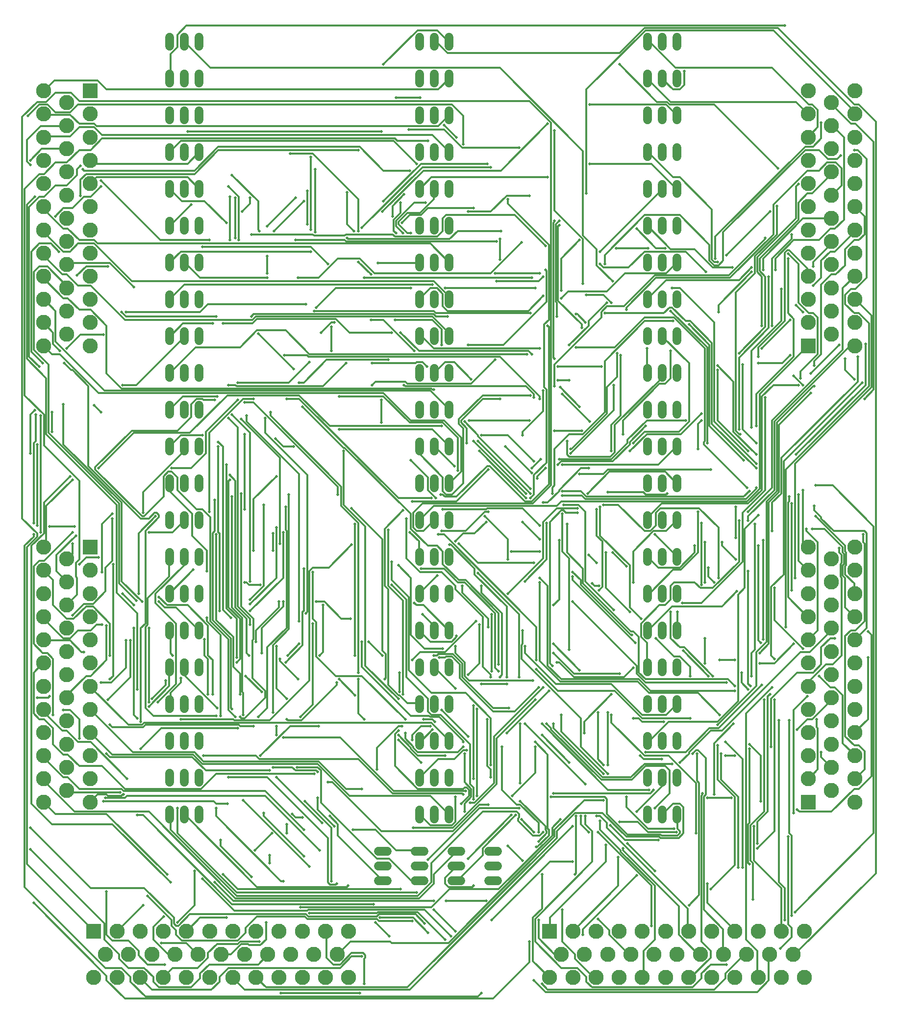
<source format=gbr>
G04 EAGLE Gerber X2 export*
%TF.Part,Single*%
%TF.FileFunction,Copper,L2,Bot,Mixed*%
%TF.FilePolarity,Positive*%
%TF.GenerationSoftware,Autodesk,EAGLE,9.1.3*%
%TF.CreationDate,2020-04-16T01:31:32Z*%
G75*
%MOMM*%
%FSLAX34Y34*%
%LPD*%
%AMOC8*
5,1,8,0,0,1.08239X$1,22.5*%
G01*
%ADD10R,2.625000X2.625000*%
%ADD11C,2.625000*%
%ADD12C,1.524000*%
%ADD13C,0.304800*%
%ADD14C,0.503200*%


D10*
X808700Y-214000D03*
D11*
X848700Y-214000D03*
X888700Y-214000D03*
X928700Y-214000D03*
X968700Y-214000D03*
X1008700Y-214000D03*
X1048700Y-214000D03*
X1088700Y-214000D03*
X1128700Y-214000D03*
X1168700Y-214000D03*
X1208700Y-214000D03*
X1248700Y-214000D03*
X828700Y-254000D03*
X868700Y-254000D03*
X908700Y-254000D03*
X948700Y-254000D03*
X988700Y-254000D03*
X1028700Y-254000D03*
X1068700Y-254000D03*
X1108700Y-254000D03*
X1148700Y-254000D03*
X1188700Y-254000D03*
X1228700Y-254000D03*
X808700Y-294000D03*
X848700Y-294000D03*
X888700Y-294000D03*
X928700Y-294000D03*
X968700Y-294000D03*
X1008700Y-294000D03*
X1048700Y-294000D03*
X1088700Y-294000D03*
X1128700Y-294000D03*
X1168700Y-294000D03*
X1208700Y-294000D03*
X1248700Y-294000D03*
D10*
X21300Y-214000D03*
D11*
X61300Y-214000D03*
X101300Y-214000D03*
X141300Y-214000D03*
X181300Y-214000D03*
X221300Y-214000D03*
X261300Y-214000D03*
X301300Y-214000D03*
X341300Y-214000D03*
X381300Y-214000D03*
X421300Y-214000D03*
X461300Y-214000D03*
X41300Y-254000D03*
X81300Y-254000D03*
X121300Y-254000D03*
X161300Y-254000D03*
X201300Y-254000D03*
X241300Y-254000D03*
X281300Y-254000D03*
X321300Y-254000D03*
X361300Y-254000D03*
X401300Y-254000D03*
X441300Y-254000D03*
X21300Y-294000D03*
X61300Y-294000D03*
X101300Y-294000D03*
X141300Y-294000D03*
X181300Y-294000D03*
X221300Y-294000D03*
X261300Y-294000D03*
X301300Y-294000D03*
X341300Y-294000D03*
X381300Y-294000D03*
X421300Y-294000D03*
X461300Y-294000D03*
D12*
X152400Y1313180D02*
X152400Y1328420D01*
X177800Y1328420D02*
X177800Y1313180D01*
X203200Y1313180D02*
X203200Y1328420D01*
X152400Y1264920D02*
X152400Y1249680D01*
X177800Y1249680D02*
X177800Y1264920D01*
X203200Y1264920D02*
X203200Y1249680D01*
X152400Y1201420D02*
X152400Y1186180D01*
X177800Y1186180D02*
X177800Y1201420D01*
X203200Y1201420D02*
X203200Y1186180D01*
X152400Y1137920D02*
X152400Y1122680D01*
X177800Y1122680D02*
X177800Y1137920D01*
X203200Y1137920D02*
X203200Y1122680D01*
X152400Y1074420D02*
X152400Y1059180D01*
X177800Y1059180D02*
X177800Y1074420D01*
X203200Y1074420D02*
X203200Y1059180D01*
X152400Y1010920D02*
X152400Y995680D01*
X177800Y995680D02*
X177800Y1010920D01*
X203200Y1010920D02*
X203200Y995680D01*
X152400Y947420D02*
X152400Y932180D01*
X177800Y932180D02*
X177800Y947420D01*
X203200Y947420D02*
X203200Y932180D01*
X152400Y883920D02*
X152400Y868680D01*
X177800Y868680D02*
X177800Y883920D01*
X203200Y883920D02*
X203200Y868680D01*
X152400Y820420D02*
X152400Y805180D01*
X177800Y805180D02*
X177800Y820420D01*
X203200Y820420D02*
X203200Y805180D01*
X152400Y756920D02*
X152400Y741680D01*
X177800Y741680D02*
X177800Y756920D01*
X203200Y756920D02*
X203200Y741680D01*
X152400Y693420D02*
X152400Y678180D01*
X177800Y678180D02*
X177800Y693420D01*
X203200Y693420D02*
X203200Y678180D01*
X152400Y629920D02*
X152400Y614680D01*
X177800Y614680D02*
X177800Y629920D01*
X203200Y629920D02*
X203200Y614680D01*
X152400Y566420D02*
X152400Y551180D01*
X177800Y551180D02*
X177800Y566420D01*
X203200Y566420D02*
X203200Y551180D01*
X152400Y502920D02*
X152400Y487680D01*
X177800Y487680D02*
X177800Y502920D01*
X203200Y502920D02*
X203200Y487680D01*
X152400Y439420D02*
X152400Y424180D01*
X177800Y424180D02*
X177800Y439420D01*
X203200Y439420D02*
X203200Y424180D01*
X152400Y375920D02*
X152400Y360680D01*
X177800Y360680D02*
X177800Y375920D01*
X203200Y375920D02*
X203200Y360680D01*
X152400Y312420D02*
X152400Y297180D01*
X177800Y297180D02*
X177800Y312420D01*
X203200Y312420D02*
X203200Y297180D01*
X152400Y248920D02*
X152400Y233680D01*
X177800Y233680D02*
X177800Y248920D01*
X203200Y248920D02*
X203200Y233680D01*
X152400Y185420D02*
X152400Y170180D01*
X177800Y170180D02*
X177800Y185420D01*
X203200Y185420D02*
X203200Y170180D01*
X152400Y121920D02*
X152400Y106680D01*
X177800Y106680D02*
X177800Y121920D01*
X203200Y121920D02*
X203200Y106680D01*
X152400Y58420D02*
X152400Y43180D01*
X177800Y43180D02*
X177800Y58420D01*
X203200Y58420D02*
X203200Y43180D01*
X152400Y-5080D02*
X152400Y-20320D01*
X177800Y-20320D02*
X177800Y-5080D01*
X203200Y-5080D02*
X203200Y-20320D01*
X584200Y1313180D02*
X584200Y1328420D01*
X609600Y1328420D02*
X609600Y1313180D01*
X635000Y1313180D02*
X635000Y1328420D01*
X584200Y1264920D02*
X584200Y1249680D01*
X609600Y1249680D02*
X609600Y1264920D01*
X635000Y1264920D02*
X635000Y1249680D01*
X584200Y1201420D02*
X584200Y1186180D01*
X609600Y1186180D02*
X609600Y1201420D01*
X635000Y1201420D02*
X635000Y1186180D01*
X584200Y1137920D02*
X584200Y1122680D01*
X609600Y1122680D02*
X609600Y1137920D01*
X635000Y1137920D02*
X635000Y1122680D01*
X584200Y1074420D02*
X584200Y1059180D01*
X609600Y1059180D02*
X609600Y1074420D01*
X635000Y1074420D02*
X635000Y1059180D01*
X584200Y1010920D02*
X584200Y995680D01*
X609600Y995680D02*
X609600Y1010920D01*
X635000Y1010920D02*
X635000Y995680D01*
X584200Y947420D02*
X584200Y932180D01*
X609600Y932180D02*
X609600Y947420D01*
X635000Y947420D02*
X635000Y932180D01*
X584200Y883920D02*
X584200Y868680D01*
X609600Y868680D02*
X609600Y883920D01*
X635000Y883920D02*
X635000Y868680D01*
X584200Y820420D02*
X584200Y805180D01*
X609600Y805180D02*
X609600Y820420D01*
X635000Y820420D02*
X635000Y805180D01*
X584200Y756920D02*
X584200Y741680D01*
X609600Y741680D02*
X609600Y756920D01*
X635000Y756920D02*
X635000Y741680D01*
X584200Y693420D02*
X584200Y678180D01*
X609600Y678180D02*
X609600Y693420D01*
X635000Y693420D02*
X635000Y678180D01*
X584200Y629920D02*
X584200Y614680D01*
X609600Y614680D02*
X609600Y629920D01*
X635000Y629920D02*
X635000Y614680D01*
X584200Y566420D02*
X584200Y551180D01*
X609600Y551180D02*
X609600Y566420D01*
X635000Y566420D02*
X635000Y551180D01*
X584200Y502920D02*
X584200Y487680D01*
X609600Y487680D02*
X609600Y502920D01*
X635000Y502920D02*
X635000Y487680D01*
X584200Y439420D02*
X584200Y424180D01*
X609600Y424180D02*
X609600Y439420D01*
X635000Y439420D02*
X635000Y424180D01*
X584200Y375920D02*
X584200Y360680D01*
X609600Y360680D02*
X609600Y375920D01*
X635000Y375920D02*
X635000Y360680D01*
X584200Y312420D02*
X584200Y297180D01*
X609600Y297180D02*
X609600Y312420D01*
X635000Y312420D02*
X635000Y297180D01*
X584200Y248920D02*
X584200Y233680D01*
X609600Y233680D02*
X609600Y248920D01*
X635000Y248920D02*
X635000Y233680D01*
X584200Y185420D02*
X584200Y170180D01*
X609600Y170180D02*
X609600Y185420D01*
X635000Y185420D02*
X635000Y170180D01*
X584200Y121920D02*
X584200Y106680D01*
X609600Y106680D02*
X609600Y121920D01*
X635000Y121920D02*
X635000Y106680D01*
X584200Y58420D02*
X584200Y43180D01*
X609600Y43180D02*
X609600Y58420D01*
X635000Y58420D02*
X635000Y43180D01*
X584200Y-5080D02*
X584200Y-20320D01*
X609600Y-20320D02*
X609600Y-5080D01*
X635000Y-5080D02*
X635000Y-20320D01*
X977900Y1313180D02*
X977900Y1328420D01*
X1003300Y1328420D02*
X1003300Y1313180D01*
X1028700Y1313180D02*
X1028700Y1328420D01*
X977900Y1264920D02*
X977900Y1249680D01*
X1003300Y1249680D02*
X1003300Y1264920D01*
X1028700Y1264920D02*
X1028700Y1249680D01*
X977900Y1201420D02*
X977900Y1186180D01*
X1003300Y1186180D02*
X1003300Y1201420D01*
X1028700Y1201420D02*
X1028700Y1186180D01*
X977900Y1137920D02*
X977900Y1122680D01*
X1003300Y1122680D02*
X1003300Y1137920D01*
X1028700Y1137920D02*
X1028700Y1122680D01*
X977900Y1074420D02*
X977900Y1059180D01*
X1003300Y1059180D02*
X1003300Y1074420D01*
X1028700Y1074420D02*
X1028700Y1059180D01*
X977900Y1010920D02*
X977900Y995680D01*
X1003300Y995680D02*
X1003300Y1010920D01*
X1028700Y1010920D02*
X1028700Y995680D01*
X977900Y947420D02*
X977900Y932180D01*
X1003300Y932180D02*
X1003300Y947420D01*
X1028700Y947420D02*
X1028700Y932180D01*
X977900Y883920D02*
X977900Y868680D01*
X1003300Y868680D02*
X1003300Y883920D01*
X1028700Y883920D02*
X1028700Y868680D01*
X977900Y820420D02*
X977900Y805180D01*
X1003300Y805180D02*
X1003300Y820420D01*
X1028700Y820420D02*
X1028700Y805180D01*
X977900Y756920D02*
X977900Y741680D01*
X1003300Y741680D02*
X1003300Y756920D01*
X1028700Y756920D02*
X1028700Y741680D01*
X977900Y693420D02*
X977900Y678180D01*
X1003300Y678180D02*
X1003300Y693420D01*
X1028700Y693420D02*
X1028700Y678180D01*
X977900Y629920D02*
X977900Y614680D01*
X1003300Y614680D02*
X1003300Y629920D01*
X1028700Y629920D02*
X1028700Y614680D01*
X977900Y566420D02*
X977900Y551180D01*
X1003300Y551180D02*
X1003300Y566420D01*
X1028700Y566420D02*
X1028700Y551180D01*
X977900Y502920D02*
X977900Y487680D01*
X1003300Y487680D02*
X1003300Y502920D01*
X1028700Y502920D02*
X1028700Y487680D01*
X977900Y439420D02*
X977900Y424180D01*
X1003300Y424180D02*
X1003300Y439420D01*
X1028700Y439420D02*
X1028700Y424180D01*
X977900Y375920D02*
X977900Y360680D01*
X1003300Y360680D02*
X1003300Y375920D01*
X1028700Y375920D02*
X1028700Y360680D01*
X977900Y312420D02*
X977900Y297180D01*
X1003300Y297180D02*
X1003300Y312420D01*
X1028700Y312420D02*
X1028700Y297180D01*
X977900Y248920D02*
X977900Y233680D01*
X1003300Y233680D02*
X1003300Y248920D01*
X1028700Y248920D02*
X1028700Y233680D01*
X977900Y185420D02*
X977900Y170180D01*
X1003300Y170180D02*
X1003300Y185420D01*
X1028700Y185420D02*
X1028700Y170180D01*
X977900Y121920D02*
X977900Y106680D01*
X1003300Y106680D02*
X1003300Y121920D01*
X1028700Y121920D02*
X1028700Y106680D01*
X977900Y58420D02*
X977900Y43180D01*
X1003300Y43180D02*
X1003300Y58420D01*
X1028700Y58420D02*
X1028700Y43180D01*
X977900Y-5080D02*
X977900Y-20320D01*
X1003300Y-20320D02*
X1003300Y-5080D01*
X1028700Y-5080D02*
X1028700Y-20320D01*
X528320Y-127000D02*
X513080Y-127000D01*
X513080Y-101600D02*
X528320Y-101600D01*
X528320Y-76200D02*
X513080Y-76200D01*
X576580Y-127000D02*
X591820Y-127000D01*
X591820Y-101600D02*
X576580Y-101600D01*
X576580Y-76200D02*
X591820Y-76200D01*
X640080Y-127000D02*
X655320Y-127000D01*
X655320Y-101600D02*
X640080Y-101600D01*
X640080Y-76200D02*
X655320Y-76200D01*
X703580Y-127000D02*
X718820Y-127000D01*
X718820Y-101600D02*
X703580Y-101600D01*
X703580Y-76200D02*
X718820Y-76200D01*
D10*
X1255400Y8600D03*
D11*
X1255400Y48600D03*
X1255400Y88600D03*
X1255400Y128600D03*
X1255400Y168600D03*
X1255400Y208600D03*
X1255400Y248600D03*
X1255400Y288600D03*
X1255400Y328600D03*
X1255400Y368600D03*
X1255400Y408600D03*
X1255400Y448600D03*
X1295400Y28600D03*
X1295400Y68600D03*
X1295400Y108600D03*
X1295400Y148600D03*
X1295400Y188600D03*
X1295400Y228600D03*
X1295400Y268600D03*
X1295400Y308600D03*
X1295400Y348600D03*
X1295400Y388600D03*
X1295400Y428600D03*
X1335400Y8600D03*
X1335400Y48600D03*
X1335400Y88600D03*
X1335400Y128600D03*
X1335400Y168600D03*
X1335400Y208600D03*
X1335400Y248600D03*
X1335400Y288600D03*
X1335400Y328600D03*
X1335400Y368600D03*
X1335400Y408600D03*
X1335400Y448600D03*
D10*
X1255400Y796000D03*
D11*
X1255400Y836000D03*
X1255400Y876000D03*
X1255400Y916000D03*
X1255400Y956000D03*
X1255400Y996000D03*
X1255400Y1036000D03*
X1255400Y1076000D03*
X1255400Y1116000D03*
X1255400Y1156000D03*
X1255400Y1196000D03*
X1255400Y1236000D03*
X1295400Y816000D03*
X1295400Y856000D03*
X1295400Y896000D03*
X1295400Y936000D03*
X1295400Y976000D03*
X1295400Y1016000D03*
X1295400Y1056000D03*
X1295400Y1096000D03*
X1295400Y1136000D03*
X1295400Y1176000D03*
X1295400Y1216000D03*
X1335400Y796000D03*
X1335400Y836000D03*
X1335400Y876000D03*
X1335400Y916000D03*
X1335400Y956000D03*
X1335400Y996000D03*
X1335400Y1036000D03*
X1335400Y1076000D03*
X1335400Y1116000D03*
X1335400Y1156000D03*
X1335400Y1196000D03*
X1335400Y1236000D03*
D10*
X14600Y1236000D03*
D11*
X14600Y1196000D03*
X14600Y1156000D03*
X14600Y1116000D03*
X14600Y1076000D03*
X14600Y1036000D03*
X14600Y996000D03*
X14600Y956000D03*
X14600Y916000D03*
X14600Y876000D03*
X14600Y836000D03*
X14600Y796000D03*
X-25400Y1216000D03*
X-25400Y1176000D03*
X-25400Y1136000D03*
X-25400Y1096000D03*
X-25400Y1056000D03*
X-25400Y1016000D03*
X-25400Y976000D03*
X-25400Y936000D03*
X-25400Y896000D03*
X-25400Y856000D03*
X-25400Y816000D03*
X-65400Y1236000D03*
X-65400Y1196000D03*
X-65400Y1156000D03*
X-65400Y1116000D03*
X-65400Y1076000D03*
X-65400Y1036000D03*
X-65400Y996000D03*
X-65400Y956000D03*
X-65400Y916000D03*
X-65400Y876000D03*
X-65400Y836000D03*
X-65400Y796000D03*
D10*
X14600Y448600D03*
D11*
X14600Y408600D03*
X14600Y368600D03*
X14600Y328600D03*
X14600Y288600D03*
X14600Y248600D03*
X14600Y208600D03*
X14600Y168600D03*
X14600Y128600D03*
X14600Y88600D03*
X14600Y48600D03*
X14600Y8600D03*
X-25400Y428600D03*
X-25400Y388600D03*
X-25400Y348600D03*
X-25400Y308600D03*
X-25400Y268600D03*
X-25400Y228600D03*
X-25400Y188600D03*
X-25400Y148600D03*
X-25400Y108600D03*
X-25400Y68600D03*
X-25400Y28600D03*
X-65400Y448600D03*
X-65400Y408600D03*
X-65400Y368600D03*
X-65400Y328600D03*
X-65400Y288600D03*
X-65400Y248600D03*
X-65400Y208600D03*
X-65400Y168600D03*
X-65400Y128600D03*
X-65400Y88600D03*
X-65400Y48600D03*
X-65400Y8600D03*
D13*
X222441Y1275588D02*
X179134Y1318895D01*
X222441Y1275588D02*
X722440Y1275588D01*
X866140Y1131888D01*
X866140Y986219D01*
X889762Y962597D01*
X889762Y935038D01*
X917321Y907479D01*
X1017715Y856298D02*
X1080707Y793306D01*
X1080707Y627952D01*
X1163384Y488188D02*
X1163384Y271653D01*
X1157478Y265748D01*
X1157478Y226378D01*
X1125982Y143701D02*
X1092518Y110236D01*
X1092518Y21654D01*
X905510Y-64961D02*
X905510Y-94488D01*
X809054Y-190945D01*
X809054Y-212598D01*
X179134Y1318895D02*
X177800Y1320800D01*
X809054Y-212598D02*
X808700Y-214000D01*
D14*
X917321Y907479D03*
X1017715Y856298D03*
X1080707Y627952D03*
X1163384Y488188D03*
X1157478Y226378D03*
X1125982Y143701D03*
X1092518Y21654D03*
X905510Y-64961D03*
D13*
X265748Y982282D02*
X265748Y1051179D01*
X281496Y698818D02*
X297244Y698818D01*
X442913Y553149D01*
X442913Y539369D01*
X466535Y515747D02*
X519684Y462598D01*
X519684Y269685D01*
X525590Y263779D01*
X525590Y222441D01*
X523621Y220472D01*
X690944Y212598D02*
X734251Y212598D01*
X803148Y143701D02*
X811022Y135827D01*
X811022Y133858D01*
X897636Y47244D01*
X950786Y47244D01*
X974408Y70866D01*
X1007872Y70866D01*
X1015746Y62992D01*
X1015746Y23622D01*
X990156Y-1969D01*
X927164Y-86614D02*
X927164Y-135827D01*
X850392Y-212598D01*
X848700Y-214000D01*
D14*
X265748Y1051179D03*
X265748Y982282D03*
X281496Y698818D03*
X442913Y539369D03*
X466535Y515747D03*
X523621Y220472D03*
X690944Y212598D03*
X734251Y212598D03*
X803148Y143701D03*
X990156Y-1969D03*
X927164Y-86614D03*
D13*
X271653Y1053148D02*
X253937Y1070864D01*
X271653Y1053148D02*
X271653Y978345D01*
X285433Y675196D02*
X285433Y665353D01*
X375984Y574802D01*
X375984Y320866D01*
X484251Y285433D02*
X484251Y242126D01*
X568897Y157480D01*
X600393Y157480D01*
X602361Y155512D01*
X618109Y155512D01*
X659448Y114173D01*
X659448Y112205D01*
X783463Y112205D02*
X805117Y90551D01*
X805117Y-37402D01*
X807085Y-39370D01*
X807085Y-49213D01*
X787400Y-68898D01*
X785432Y-68898D01*
D14*
X253937Y1070864D03*
X271653Y978345D03*
X285433Y675196D03*
X375984Y320866D03*
X484251Y285433D03*
X659448Y112205D03*
X783463Y112205D03*
X785432Y-68898D03*
D13*
X255905Y978345D02*
X255905Y1053148D01*
X275590Y669290D02*
X342519Y602361D01*
X342519Y454724D01*
X535432Y423228D02*
X535432Y391732D01*
X564960Y362204D01*
X564960Y236220D01*
X604330Y196850D01*
X663385Y196850D01*
X706692Y153543D01*
X706692Y72835D01*
X854329Y-15748D02*
X854329Y-114173D01*
X852361Y-116142D01*
D14*
X255905Y1053148D03*
X255905Y978345D03*
X275590Y669290D03*
X342519Y454724D03*
X535432Y423228D03*
X706692Y72835D03*
X854329Y-15748D03*
X852361Y-116142D03*
D13*
X816928Y1029526D02*
X816928Y1167321D01*
X816928Y1029526D02*
X866140Y980313D01*
X866140Y903542D01*
X931101Y779526D02*
X931101Y675196D01*
X915353Y659448D01*
X915353Y614172D01*
X895668Y517716D02*
X895668Y468503D01*
X946849Y417322D01*
X946849Y344488D01*
X966534Y324803D01*
X992124Y291338D02*
X1023620Y259842D01*
X1033463Y259842D01*
X1051179Y242126D01*
X1051179Y226378D01*
X1062990Y92520D02*
X1062990Y45276D01*
X1066927Y41339D01*
X1066927Y-151575D01*
X1049211Y-169291D01*
D14*
X816928Y1167321D03*
X866140Y903542D03*
X931101Y779526D03*
X915353Y614172D03*
X895668Y517716D03*
X966534Y324803D03*
X992124Y291338D03*
X1051179Y226378D03*
X1062990Y92520D03*
X1049211Y-169291D03*
D13*
X395669Y966534D02*
X208661Y966534D01*
X395669Y966534D02*
X425196Y937006D01*
X616141Y470472D02*
X625983Y470472D01*
X785432Y311023D01*
X785432Y253937D01*
X785432Y238189D02*
X822833Y200787D01*
X921258Y200787D01*
X968502Y153543D01*
X1051179Y153543D01*
X1098423Y106299D02*
X1098423Y47244D01*
X1127951Y17717D01*
X1127951Y-100394D01*
X1086612Y-141732D01*
D14*
X208661Y966534D03*
X425196Y937006D03*
X616141Y470472D03*
X785432Y253937D03*
X785432Y238189D03*
X1051179Y153543D03*
X1098423Y106299D03*
X1086612Y-141732D03*
D13*
X204724Y913384D02*
X179134Y938975D01*
X204724Y913384D02*
X320866Y913384D01*
X316929Y671259D02*
X316929Y645668D01*
X389763Y572834D01*
X389763Y336614D01*
X387795Y334645D01*
X814959Y281496D02*
X860235Y236220D01*
X891731Y163386D02*
X891731Y82677D01*
X901573Y72835D01*
X895668Y-15748D02*
X889762Y-15748D01*
X895668Y-15748D02*
X907479Y-27559D01*
X907479Y-35433D01*
X1047242Y-175197D01*
X1047242Y-212598D01*
X179134Y938975D02*
X177800Y939800D01*
X1047242Y-212598D02*
X1048700Y-214000D01*
D14*
X320866Y913384D03*
X316929Y671259D03*
X387795Y334645D03*
X814959Y281496D03*
X860235Y236220D03*
X891731Y163386D03*
X901573Y72835D03*
X889762Y-15748D03*
D13*
X230315Y702755D02*
X210630Y702755D01*
X208661Y704723D01*
X198819Y704723D01*
X188976Y694881D01*
X188976Y673227D01*
X165354Y649605D01*
X86614Y649605D01*
X23622Y586613D01*
X23622Y582676D01*
X104331Y501968D01*
X108268Y501968D01*
X141732Y535432D01*
X141732Y570865D01*
X149606Y578739D01*
X155512Y578739D01*
X165354Y568897D01*
X165354Y547243D01*
X198819Y513779D01*
X208661Y513779D01*
X222441Y499999D01*
X222441Y320866D01*
X253937Y289370D01*
X253937Y167323D01*
X265748Y155512D01*
X279527Y11811D02*
X393700Y-102362D01*
X393700Y-183071D02*
X509842Y-183071D01*
X511810Y-181102D01*
X580708Y-181102D01*
X627952Y-228346D01*
D14*
X230315Y702755D03*
X265748Y155512D03*
X279527Y11811D03*
X393700Y-102362D03*
X393700Y-183071D03*
X627952Y-228346D03*
D13*
X94488Y728345D02*
X177165Y811022D01*
X94488Y728345D02*
X70866Y728345D01*
X-78740Y677164D02*
X-78740Y631889D01*
X-82677Y627952D01*
X-82677Y490157D01*
X-88583Y-35433D02*
X15748Y-139764D01*
X108268Y-139764D01*
X159449Y-190945D01*
X159449Y-200787D01*
X163386Y-204724D01*
X167323Y-204724D01*
X187008Y-185039D01*
X387795Y-185039D01*
X391732Y-188976D01*
X509842Y-188976D01*
X513779Y-185039D01*
X576771Y-185039D01*
X592519Y-200787D01*
X1080707Y-165354D02*
X1080707Y-131890D01*
X1080707Y-165354D02*
X1127951Y-212598D01*
X177165Y811022D02*
X177800Y812800D01*
X1127951Y-212598D02*
X1128700Y-214000D01*
D14*
X70866Y728345D03*
X-78740Y677164D03*
X-82677Y490157D03*
X-88583Y-35433D03*
X592519Y-200787D03*
X1080707Y-131890D03*
D13*
X244094Y622046D02*
X236220Y629920D01*
X244094Y622046D02*
X244094Y340551D01*
X257874Y326771D01*
X496062Y285433D02*
X519684Y261811D01*
X608267Y261811D02*
X614172Y261811D01*
X616141Y263779D01*
X641731Y263779D01*
X657479Y248031D01*
X657479Y224409D01*
X710629Y171260D01*
X738188Y171260D01*
X765747Y143701D02*
X870077Y39370D01*
X870077Y-15748D02*
X870077Y-29528D01*
X881888Y-41339D01*
X881888Y-94488D01*
X783463Y-192913D01*
X783463Y-232283D01*
X828739Y-277559D01*
X856298Y-277559D01*
X872046Y-293307D01*
X872046Y-301181D01*
X881888Y-311023D01*
X1055116Y-311023D01*
X1070864Y-295275D01*
X1070864Y-287401D01*
X1086612Y-271653D01*
X1114171Y-271653D01*
D14*
X236220Y629920D03*
X257874Y326771D03*
X496062Y285433D03*
X519684Y261811D03*
X608267Y261811D03*
X738188Y171260D03*
X765747Y143701D03*
X870077Y39370D03*
X870077Y-15748D03*
X1114171Y-271653D03*
D13*
X265748Y562991D02*
X255905Y572834D01*
X265748Y562991D02*
X265748Y344488D01*
X285433Y324803D01*
X285433Y265748D01*
X289370Y261811D01*
X618109Y257874D02*
X627952Y257874D01*
X629920Y259842D01*
X639763Y259842D01*
X653542Y246063D01*
X653542Y222441D01*
X710629Y165354D01*
X748030Y165354D01*
X789369Y206693D01*
X915353Y159449D02*
X915353Y145669D01*
X972439Y88583D01*
X1013778Y88583D01*
X1061022Y41339D01*
X1061022Y-45276D01*
X1161415Y-33465D02*
X1161415Y-92520D01*
X1208659Y-139764D01*
X1208659Y-212598D01*
X1208700Y-214000D01*
D14*
X255905Y572834D03*
X289370Y261811D03*
X618109Y257874D03*
X789369Y206693D03*
X915353Y159449D03*
X1061022Y-45276D03*
X1161415Y-33465D03*
D13*
X177165Y614172D02*
X177165Y622046D01*
X177165Y614172D02*
X106299Y543306D01*
X106299Y507873D01*
X-11811Y484251D02*
X-55118Y484251D01*
X-82677Y470472D02*
X-82677Y466535D01*
X-98425Y450787D01*
X-98425Y-137795D01*
X41339Y-277559D01*
X68898Y-277559D01*
X84646Y-293307D01*
X84646Y-301181D01*
X110236Y-326771D01*
X685038Y-326771D01*
X690944Y-320866D01*
X177800Y622300D02*
X177165Y622046D01*
D14*
X106299Y507873D03*
X-11811Y484251D03*
X-55118Y484251D03*
X-82677Y470472D03*
X690944Y-320866D03*
D13*
X-64961Y525590D02*
X-19685Y570865D01*
X-64961Y525590D02*
X-64961Y472440D01*
X-86614Y450787D01*
X-86614Y5906D01*
X-51181Y-29528D01*
X53150Y-29528D01*
X153543Y-129921D01*
X230315Y-129921D02*
X261811Y-161417D01*
X608267Y-161417D01*
X629920Y-161417D02*
X698818Y-161417D01*
X789369Y-194882D02*
X789369Y-226378D01*
X816928Y-253937D01*
X826770Y-253937D01*
X828700Y-254000D01*
D14*
X-19685Y570865D03*
X153543Y-129921D03*
X230315Y-129921D03*
X608267Y-161417D03*
X629920Y-161417D03*
X698818Y-161417D03*
X789369Y-194882D03*
D13*
X157480Y474409D02*
X177165Y494094D01*
X157480Y474409D02*
X116142Y474409D01*
X-15748Y474409D02*
X-64961Y425196D01*
X-72835Y425196D01*
X-82677Y415354D01*
X-82677Y281496D01*
X-66929Y265748D01*
X-59055Y265748D01*
X-49213Y255905D01*
X-49213Y159449D01*
X-82677Y-165354D02*
X43307Y-291338D01*
X43307Y-299212D01*
X74803Y-330708D01*
X710629Y-330708D01*
X773621Y-267716D01*
X773621Y-232283D01*
X177165Y494094D02*
X177800Y495300D01*
D14*
X116142Y474409D03*
X-15748Y474409D03*
X-49213Y159449D03*
X-82677Y-165354D03*
X773621Y-232283D03*
D13*
X177165Y417322D02*
X177165Y431102D01*
X177165Y417322D02*
X127953Y368110D01*
X127953Y352362D01*
X163386Y316929D01*
X163386Y212598D01*
X131890Y181102D01*
X165354Y-1969D02*
X165354Y-45276D01*
X267716Y-147638D01*
X578739Y-147638D01*
X608267Y-177165D02*
X645668Y-214567D01*
X177165Y431102D02*
X177800Y431800D01*
D14*
X131890Y181102D03*
X165354Y-1969D03*
X578739Y-147638D03*
X608267Y-177165D03*
X645668Y-214567D03*
D13*
X285433Y387795D02*
X281496Y387795D01*
X285433Y387795D02*
X289370Y383858D01*
X309055Y383858D01*
X535432Y383858D02*
X561023Y358267D01*
X561023Y224409D01*
X598424Y187008D01*
X598424Y165354D01*
X604330Y159449D01*
X620078Y159449D01*
X671259Y108268D01*
X671259Y39370D01*
X677164Y33465D01*
X677164Y13780D01*
X891731Y-192913D02*
X911416Y-212598D01*
X911416Y-220472D01*
X946849Y-255905D01*
X948700Y-254000D01*
D14*
X281496Y387795D03*
X309055Y383858D03*
X535432Y383858D03*
X677164Y13780D03*
X891731Y-192913D03*
D13*
X336614Y204724D02*
X336614Y277559D01*
X336614Y204724D02*
X354330Y187008D01*
X547243Y116142D02*
X586613Y76772D01*
X862203Y-15748D02*
X862203Y-29528D01*
X875983Y-43307D01*
X891731Y-43307D02*
X984250Y-135827D01*
X984250Y-204724D01*
D14*
X336614Y277559D03*
X354330Y187008D03*
X547243Y116142D03*
X586613Y76772D03*
X862203Y-15748D03*
X875983Y-43307D03*
X891731Y-43307D03*
X984250Y-204724D03*
D13*
X179134Y226378D02*
X179134Y240157D01*
X179134Y226378D02*
X234252Y171260D01*
X253937Y51181D02*
X320866Y51181D01*
X425196Y-53150D01*
X425196Y-129921D01*
X429133Y-133858D01*
X438976Y-133858D01*
X440944Y-131890D01*
X507873Y-198819D02*
X531495Y-222441D01*
X179134Y240157D02*
X177800Y241300D01*
D14*
X234252Y171260D03*
X253937Y51181D03*
X440944Y-131890D03*
X507873Y-198819D03*
X531495Y-222441D03*
D13*
X364173Y68898D02*
X330708Y68898D01*
X364173Y68898D02*
X370078Y62992D01*
X405511Y62992D01*
X407480Y61024D01*
X425196Y43307D02*
X433070Y43307D01*
X517716Y-41339D01*
X641731Y-41339D01*
X687007Y3937D01*
X702755Y3937D01*
X935038Y-70866D02*
X935038Y-74803D01*
X1031494Y-171260D01*
X1031494Y-220472D01*
X1066927Y-255905D01*
X1068700Y-254000D01*
D14*
X330708Y68898D03*
X407480Y61024D03*
X425196Y43307D03*
X702755Y3937D03*
X935038Y-70866D03*
D13*
X667322Y122047D02*
X622046Y167323D01*
X795274Y124016D02*
X842518Y76772D01*
X1055116Y92520D02*
X1061022Y98425D01*
X1064959Y98425D01*
X1078738Y84646D01*
X1078738Y21654D01*
X1074801Y17717D01*
X1074801Y-177165D01*
X1108266Y-210630D01*
X1108266Y-253937D01*
X1108700Y-254000D01*
D14*
X622046Y167323D03*
X667322Y122047D03*
X795274Y124016D03*
X842518Y76772D03*
X1055116Y92520D03*
D13*
X263779Y-179134D02*
X208661Y-124016D01*
X263779Y-179134D02*
X389763Y-179134D01*
X391732Y-177165D01*
X592519Y-177165D01*
X637794Y-222441D01*
X795274Y-305118D02*
X805117Y-314960D01*
X1092518Y-314960D01*
X1112203Y-295275D01*
X1112203Y-287401D01*
X1143699Y-255905D01*
X1147636Y-255905D01*
X1148700Y-254000D01*
D14*
X208661Y-124016D03*
X637794Y-222441D03*
X795274Y-305118D03*
D13*
X303149Y-137795D02*
X179134Y-13780D01*
X303149Y-137795D02*
X458661Y-137795D01*
X460629Y-135827D01*
X515747Y-190945D02*
X572834Y-190945D01*
X598424Y-216535D01*
X781495Y-299212D02*
X801180Y-318897D01*
X1167321Y-318897D01*
X1187006Y-299212D01*
X1187006Y-255905D01*
X179134Y-13780D02*
X177800Y-12700D01*
X1187006Y-255905D02*
X1188700Y-254000D01*
D14*
X460629Y-135827D03*
X515747Y-190945D03*
X598424Y-216535D03*
X781495Y-299212D03*
D13*
X614172Y1318895D02*
X610235Y1318895D01*
X614172Y1318895D02*
X631889Y1301179D01*
X929132Y1301179D01*
X972439Y1344486D01*
X1202754Y1344486D01*
X1334643Y1212596D01*
X1342517Y1212596D01*
X1372045Y1183069D01*
X1372045Y-114173D01*
X1230313Y-255905D01*
X610235Y1318895D02*
X609600Y1320800D01*
X1228700Y-254000D02*
X1230313Y-255905D01*
X458661Y1005904D02*
X458661Y1061022D01*
X458661Y1005904D02*
X470472Y994093D01*
X444881Y708660D02*
X521653Y708660D01*
X566928Y663385D01*
X624015Y663385D01*
X649605Y637794D01*
X649605Y580708D01*
X690944Y381889D02*
X690944Y370078D01*
X726377Y334645D01*
X726377Y228346D01*
X722440Y224409D01*
X757873Y143701D02*
X757873Y41339D01*
X757873Y9843D02*
X801180Y-33465D01*
X801180Y-39370D01*
X803148Y-41339D01*
X803148Y-45276D01*
X789369Y-59055D01*
X795274Y-116142D02*
X795274Y-175197D01*
X779526Y-190945D01*
X779526Y-265748D01*
X807085Y-293307D01*
X808700Y-294000D01*
D14*
X458661Y1061022D03*
X470472Y994093D03*
X444881Y708660D03*
X649605Y580708D03*
X690944Y381889D03*
X722440Y224409D03*
X757873Y143701D03*
X757873Y41339D03*
X757873Y9843D03*
X789369Y-59055D03*
X795274Y-116142D03*
D13*
X647637Y1155510D02*
X625983Y1177163D01*
X1318895Y773621D02*
X1318895Y753936D01*
X1334643Y738188D01*
D14*
X625983Y1177163D03*
X647637Y1155510D03*
X1318895Y773621D03*
X1334643Y738188D03*
D13*
X557086Y1057085D02*
X537401Y1037400D01*
X537401Y1019683D01*
X452755Y614172D02*
X452755Y521653D01*
X490157Y484251D01*
X490157Y244094D01*
X547243Y187008D01*
X547243Y131890D02*
X541338Y125984D01*
X541338Y70866D01*
X580708Y31496D01*
X659448Y31496D01*
X661416Y33465D01*
X665353Y33465D01*
X669290Y29528D01*
X669290Y19685D01*
X655511Y5906D01*
X736219Y-66929D02*
X761810Y-92520D01*
X830707Y-177165D02*
X830707Y-232283D01*
X852361Y-253937D01*
X852361Y-261811D01*
X883857Y-293307D01*
X887794Y-293307D01*
X888700Y-294000D01*
D14*
X557086Y1057085D03*
X537401Y1019683D03*
X452755Y614172D03*
X547243Y187008D03*
X547243Y131890D03*
X655511Y5906D03*
X736219Y-66929D03*
X761810Y-92520D03*
X830707Y-177165D03*
D13*
X608267Y1049211D02*
X608267Y1064959D01*
X608267Y1049211D02*
X584645Y1025589D01*
X562991Y1025589D01*
X547243Y1009841D01*
X547243Y1005904D01*
X562991Y990156D01*
X568897Y990156D01*
X919290Y728345D02*
X919290Y685038D01*
X844487Y610235D01*
X905510Y438976D02*
X905510Y377952D01*
X946849Y336614D01*
X1017715Y336614D02*
X1017715Y291338D01*
X1033463Y275590D01*
X1041337Y275590D01*
X1090549Y226378D01*
X1153541Y100394D02*
X1153541Y-27559D01*
X1151573Y-29528D01*
X1151573Y-96457D01*
X1153541Y-98425D01*
X608267Y1064959D02*
X609600Y1066800D01*
D14*
X568897Y990156D03*
X919290Y728345D03*
X844487Y610235D03*
X905510Y438976D03*
X946849Y336614D03*
X1017715Y336614D03*
X1090549Y226378D03*
X1153541Y100394D03*
X1153541Y-98425D03*
D13*
X606298Y840550D02*
X541338Y840550D01*
X606298Y840550D02*
X622046Y824802D01*
X622046Y797243D01*
X732282Y622046D02*
X777558Y576771D01*
X832676Y521653D02*
X858266Y521653D01*
X870077Y509842D01*
X870077Y389763D01*
X919290Y340551D01*
X909447Y163386D02*
X909447Y72835D01*
X895668Y-23622D02*
X895668Y-39370D01*
X931101Y-74803D01*
X931101Y-76772D01*
X990156Y-135827D01*
X990156Y-228346D01*
X970471Y-248031D01*
X970471Y-293307D01*
X968700Y-294000D01*
D14*
X541338Y840550D03*
X622046Y797243D03*
X732282Y622046D03*
X777558Y576771D03*
X832676Y521653D03*
X919290Y340551D03*
X909447Y163386D03*
X909447Y72835D03*
X895668Y-23622D03*
D13*
X828739Y891731D02*
X828739Y946849D01*
X860235Y978345D01*
X1220470Y946849D02*
X1220470Y852361D01*
X1230313Y842518D01*
X1230313Y777558D01*
X1165352Y712597D01*
X1165352Y657479D01*
X1267714Y555117D02*
X1297242Y555117D01*
X1368108Y484251D01*
X1368108Y-45276D01*
X1232281Y-181102D01*
D14*
X828739Y891731D03*
X860235Y978345D03*
X1220470Y946849D03*
X1165352Y657479D03*
X1267714Y555117D03*
X1232281Y-181102D03*
D13*
X598424Y568897D02*
X568897Y598424D01*
X598424Y568897D02*
X598424Y547243D01*
X612204Y533464D01*
X657479Y381889D02*
X657479Y370078D01*
X702755Y324803D01*
X702755Y311023D01*
X761810Y305118D02*
X761810Y281496D01*
X759841Y279527D01*
X759841Y255905D01*
X862203Y153543D01*
X862203Y104331D01*
X909447Y57087D01*
X1072833Y23622D02*
X1072833Y21654D01*
X1070864Y19685D01*
X1070864Y-232283D01*
X1086612Y-248031D01*
X1086612Y-259842D01*
X1053148Y-293307D01*
X1049211Y-293307D01*
X1048700Y-294000D01*
D14*
X568897Y598424D03*
X612204Y533464D03*
X657479Y381889D03*
X702755Y311023D03*
X761810Y305118D03*
X909447Y57087D03*
X1072833Y23622D03*
D13*
X775589Y541338D02*
X685038Y631889D01*
X875983Y435039D02*
X889762Y421259D01*
X1151573Y407480D02*
X1151573Y212598D01*
X1155510Y208661D01*
X1179132Y185039D02*
X1179132Y-7874D01*
X1155510Y-31496D01*
X1155510Y-92520D01*
X1159447Y-96457D01*
X1159447Y-159449D01*
D14*
X685038Y631889D03*
X775589Y541338D03*
X875983Y435039D03*
X889762Y421259D03*
X1151573Y407480D03*
X1155510Y208661D03*
X1179132Y185039D03*
X1159447Y-159449D03*
D13*
X610235Y749999D02*
X627952Y767715D01*
X643700Y767715D01*
X673227Y738188D01*
X696849Y501968D02*
X736219Y462598D01*
X736219Y427165D01*
X848424Y354330D02*
X958660Y244094D01*
X958660Y230315D01*
X974408Y214567D01*
X1114171Y214567D01*
X1222439Y149606D02*
X1222439Y-45276D01*
X1226376Y-49213D01*
X1226376Y-187008D01*
X609600Y749300D02*
X610235Y749999D01*
D14*
X673227Y738188D03*
X696849Y501968D03*
X736219Y427165D03*
X848424Y354330D03*
X1114171Y214567D03*
X1222439Y149606D03*
X1226376Y-187008D03*
D13*
X685038Y641731D02*
X661416Y665353D01*
X685038Y641731D02*
X685038Y639763D01*
X775589Y549212D01*
X1082675Y413385D02*
X1082675Y397637D01*
X1092518Y387795D01*
X1192911Y206693D02*
X1147636Y161417D01*
X1147636Y-228346D01*
X1167321Y-248031D01*
X1167321Y-293307D01*
X1168700Y-294000D01*
D14*
X661416Y665353D03*
X775589Y549212D03*
X1082675Y413385D03*
X1092518Y387795D03*
X1192911Y206693D03*
D13*
X643700Y588582D02*
X610235Y622046D01*
X742125Y440944D02*
X791337Y440944D01*
X848424Y397637D02*
X848424Y391732D01*
X956691Y283464D01*
X1139762Y232283D02*
X1139762Y214567D01*
X1151573Y202756D01*
X1204722Y149606D02*
X1204722Y-129921D01*
X1214565Y-139764D01*
X1214565Y-194882D01*
X610235Y622046D02*
X609600Y622300D01*
D14*
X643700Y588582D03*
X742125Y440944D03*
X791337Y440944D03*
X848424Y397637D03*
X956691Y283464D03*
X1139762Y232283D03*
X1151573Y202756D03*
X1204722Y149606D03*
X1214565Y-194882D03*
D13*
X755904Y332677D02*
X685038Y403543D01*
X755904Y332677D02*
X755904Y224409D01*
X952754Y153543D02*
X962597Y153543D01*
X968502Y147638D01*
X1005904Y147638D01*
X1104329Y92520D02*
X1104329Y47244D01*
X1133856Y17717D01*
X1133856Y-104331D01*
D14*
X685038Y403543D03*
X755904Y224409D03*
X952754Y153543D03*
X1005904Y147638D03*
X1104329Y92520D03*
X1133856Y-104331D03*
D13*
X590550Y476377D02*
X608267Y494094D01*
X590550Y476377D02*
X578739Y476377D01*
X572834Y482283D01*
X572834Y507873D01*
X588582Y523621D01*
X779526Y523621D01*
X811022Y555117D01*
X811022Y1181100D01*
X773621Y1218502D01*
X-3937Y1218502D01*
X-17717Y1232281D01*
X-45276Y1232281D01*
X-61024Y1216533D01*
X-76772Y1216533D01*
X-102362Y1190943D01*
X-102362Y498031D01*
X-76772Y472440D01*
X-76772Y466535D01*
X-94488Y448818D01*
X-94488Y-98425D01*
X19685Y-212598D01*
X608267Y494094D02*
X609600Y495300D01*
X19685Y-212598D02*
X21300Y-214000D01*
X383858Y338582D02*
X383858Y411417D01*
X383858Y338582D02*
X381889Y336614D01*
X381889Y279527D01*
X352362Y250000D01*
X145669Y218504D02*
X145669Y210630D01*
X122047Y187008D01*
X106299Y-169291D02*
X62992Y-212598D01*
X61300Y-214000D01*
D14*
X383858Y411417D03*
X352362Y250000D03*
X145669Y218504D03*
X122047Y187008D03*
X106299Y-169291D03*
D13*
X608267Y305118D02*
X608267Y312992D01*
X588582Y332677D01*
X399606Y316929D02*
X399606Y177165D01*
X377952Y155512D01*
X328740Y-45276D02*
X299212Y-74803D01*
X608267Y305118D02*
X609600Y304800D01*
D14*
X588582Y332677D03*
X399606Y316929D03*
X377952Y155512D03*
X328740Y-45276D03*
X299212Y-74803D03*
D13*
X610235Y240157D02*
X645668Y204724D01*
X407480Y15748D02*
X407480Y-3937D01*
X437007Y-33465D01*
X250000Y-190945D02*
X204724Y-190945D01*
X183071Y-212598D01*
X610235Y240157D02*
X609600Y241300D01*
X183071Y-212598D02*
X181300Y-214000D01*
D14*
X645668Y204724D03*
X407480Y15748D03*
X437007Y-33465D03*
X250000Y-190945D03*
D13*
X661416Y43307D02*
X661416Y92520D01*
X661416Y43307D02*
X673227Y31496D01*
X673227Y17717D01*
X661416Y5906D01*
X661416Y-7874D01*
D14*
X661416Y92520D03*
X661416Y-7874D03*
D13*
X324803Y-82677D02*
X324803Y-96457D01*
D14*
X324803Y-82677D03*
X324803Y-96457D03*
D13*
X403543Y992124D02*
X403543Y1100392D01*
X259842Y535432D02*
X259842Y344488D01*
X277559Y326771D01*
X277559Y198819D01*
X279527Y196850D01*
X279527Y159449D01*
X314960Y-9843D02*
X314960Y-15748D01*
X383858Y-84646D01*
D14*
X403543Y1100392D03*
X403543Y992124D03*
X259842Y535432D03*
X279527Y159449D03*
X314960Y-9843D03*
X383858Y-84646D03*
D13*
X1021652Y1238187D02*
X1003935Y1255903D01*
X1021652Y1238187D02*
X1033463Y1238187D01*
X1041337Y1246061D01*
X1041337Y1269683D01*
X488188Y-261811D02*
X488188Y-305118D01*
X488188Y-261811D02*
X490157Y-259842D01*
X490157Y-255905D01*
X486220Y-251968D01*
X466535Y-251968D01*
X446850Y-271653D01*
X435039Y-271653D01*
X423228Y-259842D01*
X423228Y-214567D01*
X1003935Y1255903D02*
X1003300Y1257300D01*
X423228Y-214567D02*
X421300Y-214000D01*
D14*
X1041337Y1269683D03*
X488188Y-305118D03*
D13*
X543306Y1224407D02*
X584645Y1224407D01*
X370078Y1051179D02*
X320866Y1001967D01*
X320866Y950786D02*
X320866Y921258D01*
X326771Y681101D02*
X326771Y675196D01*
X448818Y553149D01*
X448818Y519684D01*
X478346Y490157D01*
X478346Y232283D01*
X478346Y220472D02*
X478346Y161417D01*
X488188Y151575D01*
X385826Y9843D02*
X431102Y-35433D01*
X431102Y-127953D01*
D14*
X584645Y1224407D03*
X543306Y1224407D03*
X370078Y1051179D03*
X320866Y1001967D03*
X320866Y950786D03*
X320866Y921258D03*
X326771Y681101D03*
X478346Y232283D03*
X478346Y220472D03*
X488188Y151575D03*
X385826Y9843D03*
X431102Y-127953D03*
D13*
X551180Y1025589D02*
X551180Y1043305D01*
X551180Y1025589D02*
X539369Y1013778D01*
X539369Y994093D01*
X543306Y990156D01*
X437007Y836613D02*
X431102Y836613D01*
X413385Y818896D01*
X352362Y517716D02*
X352362Y478346D01*
X354330Y476377D01*
X354330Y309055D01*
X320866Y275590D01*
X320866Y171260D01*
X305118Y155512D01*
X297244Y139764D02*
X273622Y139764D01*
X271653Y141732D01*
X110236Y141732D01*
X106299Y137795D01*
X53150Y137795D01*
X49213Y141732D01*
D14*
X551180Y1043305D03*
X543306Y990156D03*
X437007Y836613D03*
X413385Y818896D03*
X352362Y517716D03*
X305118Y155512D03*
X297244Y139764D03*
X49213Y141732D03*
D13*
X895668Y958660D02*
X1001967Y1064959D01*
X759841Y974408D02*
X706692Y921258D01*
X505905Y921258D01*
X480314Y946849D01*
X442913Y946849D01*
X409448Y913384D01*
X374015Y913384D01*
X275590Y541338D02*
X275590Y346456D01*
X297244Y324803D01*
X297244Y289370D01*
X295275Y287401D01*
X295275Y222441D01*
X316929Y200787D01*
X316929Y188976D01*
X281496Y153543D01*
X275590Y153543D01*
X273622Y155512D01*
X269685Y135827D02*
X137795Y135827D01*
X102362Y100394D01*
X1001967Y1064959D02*
X1003300Y1066800D01*
D14*
X895668Y958660D03*
X759841Y974408D03*
X374015Y913384D03*
X275590Y541338D03*
X273622Y155512D03*
X269685Y135827D03*
X102362Y100394D03*
D13*
X588582Y1104329D02*
X706692Y1104329D01*
X588582Y1104329D02*
X484251Y999998D01*
X230315Y529527D02*
X230315Y476377D01*
X226378Y472440D01*
X226378Y322834D01*
X257874Y291338D01*
X257874Y171260D01*
X259842Y169291D01*
X194882Y-110236D02*
X194882Y-169291D01*
X165354Y-198819D01*
D14*
X706692Y1104329D03*
X484251Y999998D03*
X230315Y529527D03*
X259842Y169291D03*
X194882Y-110236D03*
X165354Y-198819D03*
D13*
X923227Y964565D02*
X978345Y964565D01*
X677164Y1033463D02*
X598424Y1033463D01*
X586613Y1021652D01*
X566928Y1021652D01*
X553149Y1007872D01*
X431102Y828739D02*
X431102Y787400D01*
X358267Y539369D02*
X358267Y307086D01*
X330708Y279527D01*
X330708Y163386D01*
X336614Y139764D02*
X336614Y124016D01*
X141732Y-188976D02*
X124016Y-206693D01*
X124016Y-228346D01*
X149606Y-253937D01*
X159449Y-253937D01*
X161300Y-254000D01*
D14*
X978345Y964565D03*
X923227Y964565D03*
X677164Y1033463D03*
X553149Y1007872D03*
X431102Y828739D03*
X431102Y787400D03*
X358267Y539369D03*
X330708Y163386D03*
X336614Y139764D03*
X336614Y124016D03*
X141732Y-188976D03*
D13*
X714566Y921258D02*
X791337Y921258D01*
X568897Y895668D02*
X438976Y895668D01*
X405511Y862203D01*
X314960Y521653D02*
X314960Y381889D01*
X291338Y358267D01*
X90551Y309055D02*
X90551Y159449D01*
X96457Y153543D01*
X137795Y-234252D02*
X181102Y-234252D01*
X200787Y-253937D01*
X201300Y-254000D01*
D14*
X791337Y921258D03*
X714566Y921258D03*
X568897Y895668D03*
X405511Y862203D03*
X314960Y521653D03*
X291338Y358267D03*
X90551Y309055D03*
X96457Y153543D03*
X137795Y-234252D03*
D13*
X1049211Y765747D02*
X1003935Y811022D01*
X1049211Y765747D02*
X1049211Y665353D01*
X1031494Y647637D01*
X972439Y647637D01*
X952754Y627952D01*
X856298Y507873D02*
X836613Y507873D01*
X832676Y511810D01*
X828739Y511810D01*
X809054Y492125D01*
X809054Y248031D01*
X812991Y244094D01*
X797243Y206693D02*
X712597Y122047D01*
X712597Y41339D01*
X679133Y7874D01*
X671259Y7874D01*
X318897Y-198819D02*
X318897Y-228346D01*
X309055Y-238189D01*
X289370Y-238189D01*
X287401Y-236220D01*
X275590Y-236220D01*
X257874Y-253937D01*
X242126Y-253937D01*
X1003935Y811022D02*
X1003300Y812800D01*
X242126Y-253937D02*
X241300Y-254000D01*
D14*
X952754Y627952D03*
X856298Y507873D03*
X812991Y244094D03*
X797243Y206693D03*
X671259Y7874D03*
X318897Y-198819D03*
D13*
X1001967Y740156D02*
X1001967Y748030D01*
X1001967Y740156D02*
X921258Y659448D01*
X921258Y612204D01*
X913384Y604330D01*
X842518Y604330D01*
X838581Y608267D01*
X838581Y631889D01*
X781495Y706692D02*
X781495Y712597D01*
X767715Y726377D01*
X559054Y726377D01*
X557086Y728345D01*
X348425Y474409D02*
X348425Y395669D01*
X291338Y338582D01*
X216535Y326771D02*
X216535Y320866D01*
X240157Y297244D01*
X240157Y157480D01*
X240157Y-57087D02*
X240157Y-66929D01*
X293307Y-120079D01*
X1001967Y748030D02*
X1003300Y749300D01*
D14*
X838581Y631889D03*
X781495Y706692D03*
X557086Y728345D03*
X348425Y474409D03*
X291338Y338582D03*
X216535Y326771D03*
X240157Y157480D03*
X240157Y-57087D03*
X293307Y-120079D03*
D13*
X864172Y826770D02*
X864172Y832676D01*
X822833Y874014D01*
X822833Y1001967D01*
X824802Y1003935D01*
X659448Y1143699D02*
X659448Y1192911D01*
X639763Y1212596D01*
X-5906Y1212596D01*
X-19685Y1198817D01*
X-45276Y1198817D01*
X-59055Y1212596D01*
X-72835Y1212596D01*
X-92520Y1192911D01*
X-88583Y-72835D02*
X39370Y-200787D01*
X39370Y-228346D01*
X64961Y-253937D01*
X64961Y-261811D01*
X80709Y-277559D01*
X108268Y-277559D01*
X124016Y-293307D01*
X124016Y-301181D01*
X133858Y-311023D01*
X188976Y-311023D01*
X204724Y-295275D01*
X204724Y-287401D01*
X220472Y-271653D01*
X305118Y-271653D01*
X320866Y-255905D01*
X321300Y-254000D01*
D14*
X864172Y826770D03*
X824802Y1003935D03*
X659448Y1143699D03*
X-92520Y1192911D03*
X-88583Y-72835D03*
D13*
X1076770Y387795D02*
X1076770Y456692D01*
X1076770Y291338D02*
X1076770Y248031D01*
X1112203Y112205D02*
X1141730Y82677D01*
X1141730Y-104331D01*
X480314Y-320866D02*
X344488Y-320866D01*
D14*
X1076770Y456692D03*
X1076770Y387795D03*
X1076770Y291338D03*
X1076770Y248031D03*
X1112203Y112205D03*
X1141730Y-104331D03*
X480314Y-320866D03*
X344488Y-320866D03*
D13*
X1070864Y383858D02*
X1070864Y490157D01*
X915353Y194882D02*
X868109Y147638D01*
X868109Y127953D01*
X783463Y104331D02*
X783463Y59055D01*
X744093Y19685D01*
X742125Y-13780D02*
X667322Y-88583D01*
D14*
X1070864Y490157D03*
X1070864Y383858D03*
X915353Y194882D03*
X868109Y127953D03*
X783463Y104331D03*
X744093Y19685D03*
X742125Y-13780D03*
X667322Y-88583D03*
D13*
X1080707Y15748D02*
X1122045Y15748D01*
X901573Y11811D02*
X868109Y11811D01*
X816928Y-39370D01*
X816928Y-51181D01*
X633857Y-234252D01*
X535432Y-234252D01*
X533464Y-232283D01*
X464566Y-232283D01*
X442913Y-253937D01*
X441300Y-254000D01*
D14*
X1122045Y15748D03*
X1080707Y15748D03*
X901573Y11811D03*
D13*
X824802Y358267D02*
X824802Y460629D01*
X824802Y358267D02*
X814959Y348425D01*
X687007Y314960D02*
X687007Y248031D01*
X667322Y228346D01*
X440944Y214567D02*
X440944Y210630D01*
X379921Y149606D01*
X356299Y149606D01*
X354330Y151575D01*
D14*
X824802Y460629D03*
X814959Y348425D03*
X687007Y314960D03*
X667322Y228346D03*
X440944Y214567D03*
X354330Y151575D03*
D13*
X592519Y273622D02*
X624015Y273622D01*
X592519Y273622D02*
X568897Y297244D01*
X568897Y395669D01*
X547243Y417322D01*
X55118Y419291D02*
X55118Y226378D01*
X49213Y220472D01*
D14*
X624015Y273622D03*
X547243Y417322D03*
X55118Y419291D03*
X49213Y220472D03*
D13*
X1196848Y185039D02*
X1196848Y-41339D01*
X1167321Y-70866D01*
X958660Y-118110D02*
X866140Y-210630D01*
X866140Y-220472D01*
X484251Y-257874D02*
X466535Y-257874D01*
X446850Y-277559D01*
X253937Y-277559D01*
X238189Y-293307D01*
X238189Y-301181D01*
X224409Y-314960D01*
X122047Y-314960D01*
X102362Y-295275D01*
X101300Y-294000D01*
D14*
X1196848Y185039D03*
X1167321Y-70866D03*
X958660Y-118110D03*
X866140Y-220472D03*
X484251Y-257874D03*
D13*
X716534Y118110D02*
X783463Y185039D01*
X716534Y118110D02*
X716534Y39370D01*
X641731Y-35433D01*
X572834Y-35433D01*
X307086Y-232283D02*
X273622Y-232283D01*
X269685Y-236220D01*
X234252Y-236220D01*
X218504Y-251968D01*
X218504Y-259842D01*
X200787Y-277559D01*
X157480Y-277559D01*
X141732Y-293307D01*
X141300Y-294000D01*
D14*
X783463Y185039D03*
X572834Y-35433D03*
X307086Y-232283D03*
D13*
X610235Y147638D02*
X606298Y151575D01*
X590550Y151575D01*
X354330Y-29528D02*
X354330Y-45276D01*
D14*
X610235Y147638D03*
X590550Y151575D03*
X354330Y-29528D03*
X354330Y-45276D03*
D13*
X370078Y-17717D02*
X381889Y-17717D01*
X370078Y-17717D02*
X364173Y-11811D01*
D14*
X381889Y-17717D03*
X364173Y-11811D03*
D13*
X1001967Y35433D02*
X1001967Y49213D01*
X1001967Y35433D02*
X958660Y-7874D01*
X848424Y-33465D02*
X566928Y-314960D01*
X281496Y-314960D01*
X261811Y-295275D01*
X1001967Y49213D02*
X1003300Y50800D01*
X261300Y-294000D02*
X261811Y-295275D01*
D14*
X958660Y-7874D03*
X848424Y-33465D03*
D13*
X1003935Y-11811D02*
X1021652Y5906D01*
X1033463Y5906D01*
X1039368Y0D01*
X1039368Y-45276D01*
X1031494Y-53150D01*
X999998Y-53150D01*
X998030Y-51181D01*
X940943Y-51181D01*
X899605Y-9843D01*
X852361Y-9843D01*
X820865Y-41339D01*
X820865Y-53150D01*
X562991Y-311023D01*
X318897Y-311023D01*
X303149Y-295275D01*
X1003300Y-12700D02*
X1003935Y-11811D01*
X303149Y-295275D02*
X301300Y-294000D01*
X627952Y-122047D02*
X647637Y-102362D01*
X627952Y-122047D02*
X627952Y-131890D01*
X633857Y-137795D01*
X675196Y-137795D01*
X677164Y-135827D01*
X647637Y-102362D02*
X647700Y-101600D01*
D14*
X677164Y-135827D03*
D13*
X153543Y1257872D02*
X153543Y1299210D01*
X165354Y1311021D01*
X165354Y1332675D01*
X181102Y1348423D01*
X1214565Y1348423D01*
X1348423Y732282D02*
X1212596Y596456D01*
X1212596Y401574D01*
X1190943Y379921D01*
X1190943Y261811D01*
X1196848Y255905D01*
X1269683Y151575D02*
X1269683Y137795D01*
X1271651Y135827D01*
X1271651Y64961D01*
X1255903Y49213D01*
X153543Y1257872D02*
X152400Y1257300D01*
X1255903Y49213D02*
X1255400Y48600D01*
D14*
X1214565Y1348423D03*
X1348423Y732282D03*
X1196848Y255905D03*
X1269683Y151575D03*
D13*
X305118Y1045274D02*
X259842Y1090549D01*
X305118Y1045274D02*
X305118Y996061D01*
X307086Y994093D01*
X305118Y816928D02*
X366141Y755904D01*
X381889Y690944D02*
X452755Y620078D01*
X454724Y620078D01*
X568897Y505905D01*
X568897Y480314D01*
X598424Y450787D01*
X614172Y450787D01*
X624015Y440944D01*
X624015Y419291D01*
X651574Y391732D01*
X663385Y391732D01*
X720471Y334645D01*
X720471Y246063D01*
X828739Y159449D02*
X828739Y129921D01*
X901573Y57087D01*
X940943Y17717D02*
X940943Y0D01*
X978345Y-37402D01*
X1023620Y-37402D01*
D14*
X259842Y1090549D03*
X307086Y994093D03*
X305118Y816928D03*
X366141Y755904D03*
X381889Y690944D03*
X720471Y246063D03*
X828739Y159449D03*
X901573Y57087D03*
X940943Y17717D03*
X1023620Y-37402D03*
D13*
X153543Y1131888D02*
X171260Y1149604D01*
X539369Y1149604D01*
X578739Y1110234D01*
X736219Y1049211D02*
X736219Y1041337D01*
X807085Y970471D01*
X807085Y840550D01*
X799211Y832676D01*
X799211Y724408D01*
X803148Y720471D01*
X803148Y594487D01*
X781495Y572834D01*
X781495Y539369D01*
X775589Y533464D01*
X791337Y395669D02*
X805117Y381889D01*
X805117Y244094D01*
X828739Y220472D01*
X962597Y220472D01*
X982282Y200787D01*
X1127951Y200787D01*
X152400Y1130300D02*
X153543Y1131888D01*
D14*
X578739Y1110234D03*
X736219Y1049211D03*
X775589Y533464D03*
X791337Y395669D03*
X1127951Y200787D03*
D13*
X202756Y1129919D02*
X183071Y1110234D01*
X19685Y1110234D01*
X15748Y1114171D01*
X202756Y1129919D02*
X203200Y1130300D01*
X15748Y1114171D02*
X14600Y1116000D01*
X153543Y1064959D02*
X173228Y1045274D01*
X212598Y1045274D01*
X250000Y1007872D01*
X354330Y704723D02*
X375984Y704723D01*
X547243Y533464D01*
X604330Y533464D01*
X624015Y513779D02*
X698818Y513779D01*
X700786Y515747D01*
X761810Y515747D01*
X791337Y486220D01*
X153543Y1064959D02*
X152400Y1066800D01*
D14*
X250000Y1007872D03*
X354330Y704723D03*
X604330Y533464D03*
X624015Y513779D03*
X791337Y486220D03*
D13*
X202756Y1066927D02*
X183071Y1086612D01*
X25591Y1086612D01*
X15748Y1076770D01*
X202756Y1066927D02*
X203200Y1066800D01*
X15748Y1076770D02*
X14600Y1076000D01*
X153543Y1003935D02*
X188976Y1039368D01*
X667322Y1027557D02*
X706692Y1027557D01*
X734251Y1055116D01*
X773621Y1055116D01*
X816928Y1011809D02*
X816928Y1009841D01*
X814959Y1007872D01*
X814959Y775589D01*
X816928Y773621D01*
X860235Y574802D02*
X901573Y574802D01*
X909447Y582676D01*
X1086612Y582676D01*
X1309053Y446850D02*
X1309053Y438976D01*
X1312990Y435039D01*
X1312990Y421259D01*
X1311021Y419291D01*
X1311021Y397637D01*
X1312990Y395669D01*
X1312990Y261811D01*
X1297242Y246063D01*
X1285431Y246063D01*
X1255903Y216535D01*
X1255903Y208661D01*
X153543Y1003935D02*
X152400Y1003300D01*
X1255400Y208600D02*
X1255903Y208661D01*
D14*
X188976Y1039368D03*
X667322Y1027557D03*
X773621Y1055116D03*
X816928Y1011809D03*
X816928Y773621D03*
X860235Y574802D03*
X1086612Y582676D03*
X1309053Y446850D03*
D13*
X171260Y958660D02*
X152400Y939800D01*
X171260Y958660D02*
X395669Y958660D01*
X519684Y1027557D02*
X590550Y1098423D01*
X724408Y1098423D01*
X805117Y1179132D01*
X1334643Y1133856D02*
X1340549Y1133856D01*
X1356297Y1118108D01*
X1356297Y913384D01*
X1336612Y893699D01*
X1328738Y893699D01*
X1318895Y883857D01*
X1318895Y868109D01*
X1334643Y852361D01*
X1342517Y852361D01*
X1360234Y834644D01*
X1360234Y726377D01*
X1216533Y582676D01*
X1216533Y311023D01*
D14*
X395669Y958660D03*
X519684Y1027557D03*
X805117Y1179132D03*
X1334643Y1133856D03*
X1216533Y311023D03*
D13*
X177165Y901573D02*
X153543Y877951D01*
X177165Y901573D02*
X606298Y901573D01*
X854329Y793306D02*
X921258Y793306D01*
X972439Y844487D01*
X1023620Y844487D01*
X1076770Y791337D01*
X1076770Y631889D01*
X1074801Y629920D01*
X1074801Y625983D01*
X1149604Y551180D01*
X1251966Y480314D02*
X1251966Y476377D01*
X1271651Y456692D01*
X1271651Y305118D01*
X1255903Y289370D01*
X153543Y877951D02*
X152400Y876300D01*
X1255400Y288600D02*
X1255903Y289370D01*
D14*
X606298Y901573D03*
X854329Y793306D03*
X1149604Y551180D03*
X1251966Y480314D03*
D13*
X175197Y834644D02*
X153543Y812991D01*
X175197Y834644D02*
X226378Y834644D01*
X293307Y988187D02*
X399606Y988187D01*
X401574Y986219D01*
X454724Y986219D01*
X456692Y988187D01*
X537401Y988187D01*
X541338Y984250D01*
X614172Y984250D01*
X624015Y994093D01*
X624015Y1015746D01*
X629920Y1021652D01*
X748030Y1021652D01*
X801180Y968502D01*
X1019683Y895668D02*
X1033463Y895668D01*
X1092518Y836613D01*
X1092518Y665353D01*
X1165352Y592519D01*
X1222439Y535432D02*
X1222439Y527558D01*
X1220470Y525590D01*
X1220470Y362204D01*
X1253935Y328740D01*
X153543Y812991D02*
X152400Y812800D01*
X1253935Y328740D02*
X1255400Y328600D01*
D14*
X226378Y834644D03*
X293307Y988187D03*
X801180Y968502D03*
X1019683Y895668D03*
X1165352Y592519D03*
X1222439Y535432D03*
D13*
X196850Y793306D02*
X153543Y749999D01*
X196850Y793306D02*
X273622Y793306D01*
X303149Y822833D01*
X352362Y822833D01*
X393700Y781495D01*
X769684Y781495D01*
X826770Y724408D02*
X860235Y690944D01*
X909447Y543306D02*
X970471Y543306D01*
X974408Y539369D01*
X1009841Y539369D01*
X1011809Y541338D01*
X1106297Y456692D02*
X1106297Y450787D01*
X1129919Y427165D01*
X153543Y749999D02*
X152400Y749300D01*
D14*
X769684Y781495D03*
X826770Y724408D03*
X860235Y690944D03*
X909447Y543306D03*
X1011809Y541338D03*
X1106297Y456692D03*
X1129919Y427165D03*
D13*
X175197Y708660D02*
X153543Y687007D01*
X175197Y708660D02*
X234252Y708660D01*
X253937Y728345D02*
X265748Y728345D01*
X267716Y726377D01*
X417322Y726377D01*
X456692Y765747D01*
X488188Y913384D02*
X777558Y913384D01*
X872046Y883857D02*
X901573Y883857D01*
X915353Y870077D01*
X1098423Y761810D02*
X1125982Y734251D01*
X1125982Y647637D01*
X1165352Y608267D01*
X1238187Y539369D02*
X1238187Y425196D01*
X1253935Y409448D01*
X153543Y687007D02*
X152400Y685800D01*
X1253935Y409448D02*
X1255400Y408600D01*
D14*
X234252Y708660D03*
X253937Y728345D03*
X456692Y765747D03*
X488188Y913384D03*
X777558Y913384D03*
X872046Y883857D03*
X915353Y870077D03*
X1098423Y761810D03*
X1165352Y608267D03*
X1238187Y539369D03*
D13*
X171260Y641731D02*
X153543Y624015D01*
X171260Y641731D02*
X208661Y641731D01*
X370078Y978345D02*
X454724Y978345D01*
X456692Y976376D01*
X716534Y976376D01*
X895668Y937006D02*
X901573Y931101D01*
X944880Y931101D01*
X972439Y958660D01*
X1043305Y958660D01*
X1078738Y923227D01*
X1141730Y763778D02*
X1141730Y651574D01*
X1165352Y627952D01*
X1246061Y547243D02*
X1246061Y456692D01*
X1253935Y448818D01*
X153543Y624015D02*
X152400Y622300D01*
X1253935Y448818D02*
X1255400Y448600D01*
D14*
X208661Y641731D03*
X370078Y978345D03*
X716534Y976376D03*
X895668Y937006D03*
X1078738Y923227D03*
X1141730Y763778D03*
X1165352Y627952D03*
X1246061Y547243D03*
D13*
X153543Y543306D02*
X153543Y557086D01*
X153543Y543306D02*
X190945Y505905D01*
X190945Y468503D01*
X216535Y442913D01*
X216535Y407480D01*
X399606Y405511D02*
X399606Y324803D01*
X405511Y318897D01*
X405511Y259842D01*
X438976Y226378D01*
X484251Y226378D01*
X559054Y151575D01*
X559054Y127953D02*
X559054Y118110D01*
X572834Y104331D01*
X572834Y102362D01*
X580708Y94488D01*
X649605Y94488D01*
X659448Y104331D01*
X726377Y104331D02*
X726377Y29528D01*
X751967Y3937D01*
X757873Y3937D01*
X789369Y-27559D01*
X789369Y-43307D01*
X153543Y557086D02*
X152400Y558800D01*
D14*
X216535Y407480D03*
X399606Y405511D03*
X559054Y151575D03*
X559054Y127953D03*
X659448Y104331D03*
X726377Y104331D03*
X789369Y-43307D03*
D13*
X330708Y442913D02*
X330708Y472440D01*
X586613Y411417D02*
X625983Y411417D01*
X649605Y387795D01*
X661416Y387795D01*
X714566Y334645D01*
X714566Y240157D01*
X720471Y234252D01*
X795274Y143701D02*
X909447Y29528D01*
X980313Y29528D01*
X1277557Y86614D02*
X1277557Y94488D01*
X1277557Y86614D02*
X1295273Y68898D01*
X1295400Y68600D01*
D14*
X330708Y472440D03*
X330708Y442913D03*
X586613Y411417D03*
X720471Y234252D03*
X795274Y143701D03*
X980313Y29528D03*
X1277557Y94488D03*
D13*
X-88583Y1108266D02*
X-94488Y1114171D01*
X-94488Y1151573D01*
X-70866Y1175195D01*
X-25591Y1175195D01*
X-25400Y1176000D01*
D14*
X-88583Y1108266D03*
D13*
X151575Y431102D02*
X151575Y397637D01*
X114173Y360236D01*
X114173Y314960D01*
X110236Y311023D01*
X110236Y171260D01*
X124016Y157480D01*
X232283Y157480D01*
X232283Y-1969D02*
X232283Y-15748D01*
X344488Y-127953D01*
X348425Y-127953D01*
X377952Y-173228D02*
X604330Y-173228D01*
X635826Y-141732D01*
X720471Y-141732D01*
X812991Y-49213D01*
X812991Y-35433D01*
X826770Y-21654D01*
X929132Y-25591D02*
X960628Y-25591D01*
X978345Y-43307D01*
X1027557Y-43307D01*
X152400Y431800D02*
X151575Y431102D01*
D14*
X232283Y157480D03*
X232283Y-1969D03*
X348425Y-127953D03*
X377952Y-173228D03*
X826770Y-21654D03*
X929132Y-25591D03*
X1027557Y-43307D03*
D13*
X-88583Y1116140D02*
X-68898Y1135825D01*
X-25591Y1135825D01*
X-25400Y1136000D01*
D14*
X-88583Y1116140D03*
D13*
X192913Y409448D02*
X153543Y370078D01*
X297244Y442913D02*
X297244Y531495D01*
X336614Y570865D01*
X350393Y779526D02*
X389763Y779526D01*
X391732Y777558D01*
X722440Y777558D01*
X791337Y708660D01*
X791337Y704723D01*
X917321Y438976D02*
X940943Y415354D01*
X1196848Y377952D02*
X1196848Y322834D01*
X1246061Y273622D01*
X153543Y370078D02*
X152400Y368300D01*
D14*
X192913Y409448D03*
X297244Y442913D03*
X336614Y570865D03*
X350393Y779526D03*
X791337Y704723D03*
X917321Y438976D03*
X940943Y415354D03*
X1196848Y377952D03*
X1246061Y273622D03*
D13*
X291338Y389763D02*
X291338Y645668D01*
X259842Y677164D01*
X220472Y978345D02*
X135827Y978345D01*
X33465Y1080707D01*
D14*
X291338Y389763D03*
X259842Y677164D03*
X220472Y978345D03*
X33465Y1080707D03*
D13*
X153543Y303149D02*
X153543Y265748D01*
X157480Y261811D01*
X342519Y255905D02*
X342519Y251968D01*
X374015Y220472D01*
X444881Y220472D02*
X472440Y192913D01*
X547243Y124016D02*
X568897Y102362D01*
X568897Y100394D01*
X580708Y88583D01*
X627952Y88583D01*
X964565Y88583D02*
X970471Y82677D01*
X1001967Y82677D01*
X1112203Y88583D02*
X1127951Y88583D01*
X1236218Y133858D02*
X1253935Y151575D01*
X1261809Y151575D01*
X1297242Y187008D01*
X153543Y303149D02*
X152400Y304800D01*
X1295400Y188600D02*
X1297242Y187008D01*
D14*
X157480Y261811D03*
X342519Y255905D03*
X374015Y220472D03*
X444881Y220472D03*
X472440Y192913D03*
X547243Y124016D03*
X627952Y88583D03*
X964565Y88583D03*
X1001967Y82677D03*
X1112203Y88583D03*
X1127951Y88583D03*
X1236218Y133858D03*
D13*
X202756Y305118D02*
X163386Y344488D01*
X143701Y344488D01*
X133858Y354330D01*
X104331Y354330D02*
X68898Y389763D01*
X68898Y525590D01*
X-31496Y625983D01*
X-31496Y694881D01*
X-66929Y765747D02*
X-86614Y785432D01*
X-86614Y958660D01*
X-72835Y972439D01*
X-53150Y972439D01*
X-39370Y958660D01*
X202756Y305118D02*
X203200Y304800D01*
D14*
X133858Y354330D03*
X104331Y354330D03*
X-31496Y694881D03*
X-66929Y765747D03*
X-39370Y958660D03*
D13*
X151575Y240157D02*
X151575Y208661D01*
X116142Y173228D01*
X114173Y-153543D02*
X155512Y-194882D01*
X155512Y-204724D01*
X163386Y-212598D01*
X163386Y-220472D01*
X173228Y-230315D01*
X269685Y-230315D01*
X283464Y-216535D01*
X283464Y-208661D01*
X303149Y-188976D01*
X385826Y-188976D01*
X389763Y-192913D01*
X509842Y-192913D01*
X513779Y-196850D01*
X570865Y-196850D01*
X708660Y-194882D02*
X809054Y-94488D01*
X848424Y-94488D01*
X1230313Y-9843D02*
X1230313Y167323D01*
X1253935Y190945D01*
X152400Y241300D02*
X151575Y240157D01*
D14*
X116142Y173228D03*
X114173Y-153543D03*
X570865Y-196850D03*
X708660Y-194882D03*
X848424Y-94488D03*
X1230313Y-9843D03*
X1253935Y190945D03*
D13*
X273622Y255905D02*
X267716Y250000D01*
X273622Y255905D02*
X273622Y324803D01*
X253937Y344488D01*
X253937Y562991D01*
X255905Y564960D01*
X33465Y681101D02*
X21654Y692912D01*
D14*
X267716Y250000D03*
X255905Y564960D03*
X33465Y681101D03*
X21654Y692912D03*
D13*
X153543Y196850D02*
X153543Y179134D01*
X153543Y196850D02*
X171260Y214567D01*
X171260Y222441D01*
X356299Y261811D02*
X375984Y281496D01*
X645668Y277559D02*
X645668Y265748D01*
X661416Y250000D01*
X661416Y226378D01*
X669290Y218504D01*
X779526Y218504D01*
X820865Y250000D02*
X824802Y250000D01*
X850392Y224409D01*
X937006Y224409D01*
X952754Y240157D01*
X1171258Y248031D02*
X1196848Y248031D01*
X1230313Y281496D01*
X153543Y179134D02*
X152400Y177800D01*
D14*
X171260Y222441D03*
X356299Y261811D03*
X375984Y281496D03*
X645668Y277559D03*
X779526Y218504D03*
X820865Y250000D03*
X952754Y240157D03*
X1171258Y248031D03*
X1230313Y281496D03*
D13*
X96457Y334645D02*
X96457Y202756D01*
X96457Y334645D02*
X61024Y370078D01*
X61024Y521653D01*
X-61024Y643700D01*
X-61024Y740156D01*
X-94488Y773621D01*
X-94488Y1039368D01*
X-80709Y1053148D01*
D14*
X96457Y202756D03*
X-80709Y1053148D03*
D13*
X171260Y151575D02*
X261811Y151575D01*
X263779Y149606D01*
X324803Y149606D01*
X393700Y218504D01*
X393700Y407480D01*
X399606Y413385D01*
X427165Y413385D01*
X466535Y452755D01*
X635826Y452755D02*
X637794Y452755D01*
X679133Y411417D01*
X679133Y401574D01*
X734251Y346456D01*
X734251Y224409D01*
X814959Y143701D02*
X814959Y135827D01*
X899605Y51181D01*
X948817Y51181D01*
X972439Y74803D01*
X1019683Y74803D01*
X1033463Y76772D02*
X1049211Y92520D01*
X1049211Y94488D01*
X1086612Y131890D01*
X1106297Y131890D01*
X1242124Y267716D01*
X1257872Y267716D01*
X1297242Y307086D01*
X1295400Y308600D01*
D14*
X171260Y151575D03*
X466535Y452755D03*
X635826Y452755D03*
X734251Y224409D03*
X814959Y143701D03*
X1019683Y74803D03*
X1033463Y76772D03*
D13*
X218504Y194882D02*
X218504Y255905D01*
X212598Y261811D01*
X212598Y289370D01*
X291338Y314960D02*
X291338Y324803D01*
X269685Y346456D01*
X269685Y655511D01*
X253937Y671259D01*
X90551Y897636D02*
X49213Y938975D01*
X-21654Y938975D01*
X-23622Y937006D01*
X-25400Y936000D01*
D14*
X218504Y194882D03*
X212598Y289370D03*
X291338Y314960D03*
X253937Y671259D03*
X90551Y897636D03*
D13*
X210630Y88583D02*
X301181Y88583D01*
X307086Y82677D01*
X478346Y82677D01*
X537401Y23622D01*
X657479Y23622D01*
X659448Y21654D01*
X913384Y-31496D02*
X938975Y-57087D01*
X996061Y-57087D01*
X1190943Y104331D02*
X1190943Y187008D01*
X1236218Y232283D01*
X1263777Y232283D01*
X1277557Y246063D01*
X1277557Y275590D01*
X1293305Y291338D01*
X1301179Y291338D01*
D14*
X210630Y88583D03*
X659448Y21654D03*
X913384Y-31496D03*
X996061Y-57087D03*
X1190943Y104331D03*
X1301179Y291338D03*
D13*
X226378Y253937D02*
X226378Y194882D01*
X226378Y253937D02*
X218504Y261811D01*
X218504Y312992D01*
X183071Y348425D01*
X147638Y348425D01*
X133858Y362204D01*
X94488Y356299D02*
X64961Y385826D01*
X64961Y523621D01*
X-57087Y645668D01*
X-57087Y763778D01*
X-82677Y789369D01*
X-82677Y923227D01*
X-72835Y933069D01*
X-59055Y933069D01*
X-23622Y897636D01*
X-25400Y896000D01*
D14*
X226378Y194882D03*
X133858Y362204D03*
X94488Y356299D03*
D13*
X153543Y-13780D02*
X153543Y-39370D01*
X267716Y-153543D01*
X580708Y-153543D01*
X604330Y-129921D01*
X604330Y-96457D01*
X692912Y-7874D01*
X751967Y-7874D01*
X755904Y-11811D01*
X755904Y-17717D01*
X753936Y-19685D01*
X753936Y-23622D01*
X779526Y-49213D01*
X791337Y-49213D01*
X797243Y-43307D01*
X1236218Y-3937D02*
X1240155Y-7874D01*
X1295273Y-7874D01*
X1334643Y31496D01*
X1342517Y31496D01*
X1364171Y53150D01*
X1364171Y297244D01*
X1358265Y303149D01*
X153543Y-13780D02*
X152400Y-12700D01*
D14*
X797243Y-43307D03*
X1236218Y-3937D03*
X1358265Y303149D03*
D13*
X994093Y1216533D02*
X929132Y1281494D01*
X994093Y1216533D02*
X1011809Y1216533D01*
X1015746Y1212596D01*
X1092518Y1212596D01*
X1202754Y1102360D01*
X1354328Y799211D02*
X1354328Y728345D01*
X1234250Y608267D01*
D14*
X929132Y1281494D03*
X1202754Y1102360D03*
X1354328Y799211D03*
X1234250Y608267D03*
D13*
X633857Y1320864D02*
X614172Y1340549D01*
X580708Y1340549D01*
X521653Y1281494D01*
X291338Y1051179D02*
X291338Y1041337D01*
X277559Y1027557D01*
X45276Y933069D02*
X7874Y933069D01*
X-7874Y917321D01*
X633857Y1320864D02*
X635000Y1320800D01*
D14*
X521653Y1281494D03*
X291338Y1051179D03*
X277559Y1027557D03*
X45276Y933069D03*
X-7874Y917321D03*
D13*
X389763Y1005904D02*
X389763Y1062990D01*
X281496Y643700D02*
X281496Y513779D01*
X232283Y470472D02*
X232283Y322834D01*
X261811Y293307D01*
X261811Y242126D01*
X273622Y230315D01*
X273622Y194882D01*
X348425Y120079D02*
X446850Y120079D01*
X539369Y27559D01*
X663385Y27559D01*
X759841Y-21654D02*
X781495Y-43307D01*
D14*
X389763Y1062990D03*
X389763Y1005904D03*
X281496Y643700D03*
X281496Y513779D03*
X232283Y470472D03*
X273622Y194882D03*
X348425Y120079D03*
X663385Y27559D03*
X759841Y-21654D03*
X781495Y-43307D03*
D13*
X616141Y1238187D02*
X633857Y1255903D01*
X616141Y1238187D02*
X43307Y1238187D01*
X27559Y1253935D01*
X-47244Y1253935D01*
X-64961Y1236218D01*
X633857Y1255903D02*
X635000Y1257300D01*
X-64961Y1236218D02*
X-65400Y1236000D01*
X564960Y1169289D02*
X625983Y1169289D01*
X657479Y1137793D01*
X755904Y1137793D01*
X1226376Y988187D02*
X1226376Y980313D01*
X1192911Y946849D01*
X1192911Y830707D01*
X1230313Y744093D02*
X1246061Y728345D01*
X1350391Y470472D02*
X1350391Y456692D01*
X1352360Y454724D01*
X1352360Y320866D01*
X1336612Y305118D01*
X1328738Y305118D01*
X1318895Y295275D01*
X1318895Y122047D01*
X1334643Y106299D01*
X1342517Y106299D01*
X1352360Y96457D01*
X1352360Y64961D01*
X1336612Y49213D01*
X1335400Y48600D01*
D14*
X564960Y1169289D03*
X755904Y1137793D03*
X1226376Y988187D03*
X1192911Y830707D03*
X1230313Y744093D03*
X1246061Y728345D03*
X1350391Y470472D03*
D13*
X633857Y1192911D02*
X616141Y1175195D01*
X25591Y1175195D01*
X21654Y1179132D01*
X-3937Y1179132D01*
X-19685Y1194880D01*
X-64961Y1194880D01*
X633857Y1192911D02*
X635000Y1193800D01*
X-64961Y1194880D02*
X-65400Y1196000D01*
X722440Y980313D02*
X722440Y944880D01*
X901573Y521653D02*
X927164Y521653D01*
X972439Y476377D01*
X982282Y476377D01*
X992124Y486220D01*
X992124Y507873D01*
X999998Y515747D01*
X1066927Y515747D01*
X1100392Y482283D01*
X1100392Y395669D01*
X1273620Y226378D02*
X1293305Y206693D01*
X1301179Y206693D01*
X1314958Y192913D01*
X1314958Y110236D01*
X1334643Y90551D01*
X1335400Y88600D01*
D14*
X722440Y980313D03*
X722440Y944880D03*
X901573Y521653D03*
X1100392Y395669D03*
X1273620Y226378D03*
D13*
X633857Y1131888D02*
X606298Y1159447D01*
X35433Y1159447D01*
X21654Y1173226D01*
X-3937Y1173226D01*
X-19685Y1157478D01*
X-64961Y1157478D01*
X633857Y1131888D02*
X635000Y1130300D01*
X-64961Y1157478D02*
X-65400Y1156000D01*
X584645Y1066927D02*
X604330Y1086612D01*
X805117Y1086612D01*
X1220470Y954723D02*
X1238187Y937006D01*
X1238187Y870077D01*
X1255903Y852361D01*
X1263777Y852361D01*
X1271651Y844487D01*
X1271651Y781495D01*
X1242124Y751967D01*
X1242124Y740156D01*
X1358265Y257874D02*
X1358265Y151575D01*
X1336612Y129921D01*
X584645Y1066927D02*
X584200Y1066800D01*
X1336612Y129921D02*
X1335400Y128600D01*
D14*
X805117Y1086612D03*
X1220470Y954723D03*
X1242124Y740156D03*
X1358265Y257874D03*
D13*
X566928Y1098423D02*
X521653Y1098423D01*
X480314Y1139762D01*
X236220Y1139762D01*
X194882Y1098423D01*
X3937Y1098423D01*
X1969Y1100392D01*
D14*
X566928Y1098423D03*
X1969Y1100392D03*
D13*
X925195Y783463D02*
X925195Y742125D01*
X907479Y724408D01*
X907479Y679133D01*
X846455Y618109D01*
X844487Y618109D01*
X838581Y488188D02*
X838581Y438976D01*
X866140Y411417D01*
X866140Y385826D01*
X948817Y303149D01*
X952754Y303149D01*
X962597Y293307D01*
X962597Y232283D01*
X974408Y220472D01*
X1116140Y220472D01*
X1127951Y208661D01*
D14*
X925195Y783463D03*
X844487Y618109D03*
X838581Y488188D03*
X1127951Y208661D03*
D13*
X582676Y938975D02*
X511810Y938975D01*
X501968Y765747D02*
X576771Y765747D01*
X578739Y767715D01*
X588582Y767715D01*
X596456Y759841D01*
X677164Y631889D02*
X767715Y541338D01*
X761810Y492125D02*
X791337Y462598D01*
X848424Y405511D02*
X862203Y391732D01*
X862203Y383858D01*
X948817Y297244D01*
X950786Y297244D01*
X1039368Y269685D02*
X1082675Y226378D01*
X584200Y939800D02*
X582676Y938975D01*
D14*
X511810Y938975D03*
X501968Y765747D03*
X596456Y759841D03*
X677164Y631889D03*
X767715Y541338D03*
X761810Y492125D03*
X791337Y462598D03*
X848424Y405511D03*
X950786Y297244D03*
X1039368Y269685D03*
X1082675Y226378D03*
D13*
X635000Y939800D02*
X602361Y972439D01*
X27559Y972439D01*
X21654Y978345D01*
X-3937Y978345D01*
X-23622Y998030D01*
X-31496Y998030D01*
X-64961Y1031494D01*
X-64961Y1035431D01*
X-65400Y1036000D01*
X584645Y877951D02*
X602361Y895668D01*
X614172Y895668D01*
X624015Y885825D01*
X624015Y864172D01*
X631889Y856298D01*
X771652Y856298D01*
X797243Y881888D01*
X903542Y852361D02*
X1005904Y852361D01*
X1015746Y862203D01*
X1019683Y862203D01*
X1043305Y838581D01*
X1051179Y838581D01*
X1088581Y801180D01*
X1088581Y661416D01*
X1165352Y584645D01*
X1226376Y523621D02*
X1226376Y374015D01*
X584200Y876300D02*
X584645Y877951D01*
D14*
X797243Y881888D03*
X903542Y852361D03*
X1165352Y584645D03*
X1226376Y523621D03*
X1226376Y374015D03*
D13*
X633857Y877951D02*
X633857Y881888D01*
X608267Y907479D01*
X86614Y907479D01*
X21654Y972439D01*
X-5906Y972439D01*
X-19685Y958660D01*
X-31496Y958660D01*
X-66929Y994093D01*
X633857Y877951D02*
X635000Y876300D01*
X-65400Y996000D02*
X-66929Y994093D01*
X584645Y811022D02*
X588582Y811022D01*
X608267Y791337D01*
X791337Y791337D01*
X822833Y759841D02*
X897636Y759841D01*
X1098423Y753936D02*
X1098423Y667322D01*
X1151573Y614172D01*
X1265746Y519684D02*
X1265746Y511810D01*
X1277557Y499999D01*
X1277557Y498031D01*
X1299210Y476377D01*
X1352360Y476377D01*
X1356297Y472440D01*
X1356297Y309055D01*
X1336612Y289370D01*
X584645Y811022D02*
X584200Y812800D01*
X1335400Y288600D02*
X1336612Y289370D01*
D14*
X791337Y791337D03*
X822833Y759841D03*
X897636Y759841D03*
X1098423Y753936D03*
X1151573Y614172D03*
X1265746Y519684D03*
D13*
X633857Y812991D02*
X633857Y818896D01*
X606298Y846455D01*
X301181Y846455D01*
X295275Y840550D01*
X74803Y840550D01*
X15748Y899605D01*
X-5906Y899605D01*
X-25591Y919290D01*
X-33465Y919290D01*
X-64961Y950786D01*
X-64961Y954723D01*
X633857Y812991D02*
X635000Y812800D01*
X-64961Y954723D02*
X-65400Y956000D01*
X830707Y537401D02*
X864172Y537401D01*
X870077Y531495D01*
X1147636Y531495D01*
X1165352Y549212D01*
X1165352Y551180D01*
X1261809Y480314D02*
X1283462Y480314D01*
X1314958Y448818D01*
X1314958Y438976D01*
X1316927Y437007D01*
X1316927Y419291D01*
X1314958Y417322D01*
X1314958Y399606D01*
X1318895Y395669D01*
X1318895Y344488D01*
X1334643Y328740D01*
X1335400Y328600D01*
D14*
X830707Y537401D03*
X1165352Y551180D03*
X1261809Y480314D03*
D13*
X608267Y720471D02*
X606298Y720471D01*
X604330Y722440D01*
X68898Y722440D01*
X43307Y748030D01*
X43307Y830707D01*
X15748Y858266D01*
X-3937Y858266D01*
X-23622Y877951D01*
X-31496Y877951D01*
X-64961Y911416D01*
X-64961Y915353D01*
X-65400Y916000D01*
D14*
X608267Y720471D03*
D13*
X716534Y907479D02*
X789369Y907479D01*
X797243Y915353D01*
X1049211Y832676D02*
X1084644Y797243D01*
X1084644Y657479D01*
X1143699Y598424D01*
X1267714Y501968D02*
X1318895Y450787D01*
X1318895Y440944D01*
X1320864Y438976D01*
X1320864Y417322D01*
X1318895Y415354D01*
X1318895Y401574D01*
X1334643Y385826D01*
X1334643Y370078D01*
X1335400Y368600D01*
D14*
X716534Y907479D03*
X797243Y915353D03*
X1049211Y832676D03*
X1143699Y598424D03*
X1267714Y501968D03*
D13*
X633857Y687007D02*
X602361Y718503D01*
X39370Y718503D01*
X-45276Y803148D01*
X-45276Y856298D01*
X-64961Y875983D01*
X633857Y687007D02*
X635000Y685800D01*
X-64961Y875983D02*
X-65400Y876000D01*
X584645Y622046D02*
X584645Y608267D01*
X624015Y568897D01*
X624015Y545275D01*
X629920Y539369D01*
X639763Y539369D01*
X659448Y559054D01*
X659448Y653542D01*
X651574Y661416D01*
X651574Y669290D01*
X692912Y710629D01*
X775589Y710629D01*
X830707Y712597D02*
X877951Y665353D01*
X584645Y622046D02*
X584200Y622300D01*
D14*
X775589Y710629D03*
X830707Y712597D03*
X877951Y665353D03*
D13*
X633857Y624015D02*
X606298Y651574D01*
X444881Y651574D01*
X387795Y868109D02*
X218504Y868109D01*
X204724Y854329D01*
X76772Y854329D01*
X37402Y814959D02*
X-1969Y814959D01*
X-25591Y791337D01*
X-37402Y787400D02*
X-49213Y799211D01*
X-49213Y818896D01*
X-64961Y834644D01*
X633857Y624015D02*
X635000Y622300D01*
X-64961Y834644D02*
X-65400Y836000D01*
D14*
X444881Y651574D03*
X387795Y868109D03*
X76772Y854329D03*
X37402Y814959D03*
X-25591Y791337D03*
X-37402Y787400D03*
D13*
X690944Y641731D02*
X736219Y641731D01*
X781495Y596456D01*
X830707Y545275D02*
X862203Y545275D01*
X872046Y535432D01*
X1143699Y535432D01*
X1153541Y545275D01*
D14*
X690944Y641731D03*
X781495Y596456D03*
X830707Y545275D03*
X1153541Y545275D03*
D13*
X655511Y578739D02*
X635826Y559054D01*
X655511Y578739D02*
X655511Y637794D01*
X625983Y667322D01*
X568897Y667322D01*
X521653Y714566D01*
X29528Y714566D01*
X-37402Y781495D01*
X-51181Y781495D01*
X-64961Y795274D01*
X635000Y558800D02*
X635826Y559054D01*
X-64961Y795274D02*
X-65400Y796000D01*
X584645Y496062D02*
X608267Y519684D01*
X820865Y519684D01*
X828739Y527558D01*
X1149604Y527558D01*
X1171258Y549212D01*
X1171258Y712597D01*
X1253935Y795274D01*
X584645Y496062D02*
X584200Y495300D01*
X1253935Y795274D02*
X1255400Y796000D01*
X582676Y458661D02*
X582676Y433070D01*
X582676Y458661D02*
X566928Y474409D01*
X622046Y476377D02*
X663385Y476377D01*
X696849Y509842D01*
X702755Y509842D01*
X777558Y584645D02*
X793306Y600393D01*
X824802Y600393D02*
X915353Y600393D01*
X942912Y627952D01*
X942912Y633857D01*
X976376Y667322D01*
X1043305Y667322D01*
X584200Y431800D02*
X582676Y433070D01*
D14*
X566928Y474409D03*
X622046Y476377D03*
X702755Y509842D03*
X777558Y584645D03*
X793306Y600393D03*
X824802Y600393D03*
X1043305Y667322D03*
D13*
X614172Y399606D02*
X584645Y370078D01*
X645668Y458661D02*
X659448Y472440D01*
X679133Y472440D01*
X698818Y492125D01*
X787400Y566928D02*
X787400Y570865D01*
X801180Y584645D01*
X822833Y590550D02*
X828739Y596456D01*
X917321Y596456D01*
X946849Y625983D01*
X946849Y629920D01*
X974408Y657479D01*
X1175195Y791337D02*
X1224407Y840550D01*
X584645Y370078D02*
X584200Y368300D01*
D14*
X614172Y399606D03*
X645668Y458661D03*
X698818Y492125D03*
X787400Y566928D03*
X801180Y584645D03*
X822833Y590550D03*
X974408Y657479D03*
X1175195Y791337D03*
X1224407Y840550D03*
D13*
X90551Y348425D02*
X70866Y368110D01*
D14*
X90551Y348425D03*
X70866Y368110D03*
D13*
X584645Y303149D02*
X602361Y285433D01*
X639763Y285433D01*
X647637Y293307D01*
X647637Y295275D01*
X893699Y374015D02*
X899605Y379921D01*
X899605Y458661D01*
X889762Y468503D01*
X889762Y513779D01*
X946849Y614172D02*
X976376Y643700D01*
X1035431Y643700D01*
X1070864Y679133D01*
X1169289Y777558D02*
X1169289Y793306D01*
X1214565Y838581D01*
X1214565Y956691D01*
X1218502Y960628D01*
X1222439Y960628D01*
X1253935Y929132D01*
X1253935Y917321D01*
X584200Y304800D02*
X584645Y303149D01*
X1253935Y917321D02*
X1255400Y916000D01*
D14*
X647637Y295275D03*
X893699Y374015D03*
X889762Y513779D03*
X946849Y614172D03*
X1070864Y679133D03*
X1169289Y777558D03*
D13*
X633857Y305118D02*
X590550Y348425D01*
X578739Y348425D01*
X574802Y352362D01*
X340551Y354330D02*
X340551Y344488D01*
X301181Y305118D01*
X301181Y285433D01*
X633857Y305118D02*
X635000Y304800D01*
D14*
X574802Y352362D03*
X340551Y354330D03*
X301181Y285433D03*
D13*
X472440Y261811D02*
X472440Y488188D01*
X517716Y663385D02*
X517716Y702755D01*
X555117Y990156D02*
X543306Y1001967D01*
X543306Y1011809D01*
X574802Y1043305D01*
X594487Y1043305D01*
X958660Y998030D02*
X992124Y964565D01*
X1007872Y964565D01*
D14*
X472440Y261811D03*
X472440Y488188D03*
X517716Y663385D03*
X517716Y702755D03*
X555117Y990156D03*
X594487Y1043305D03*
X958660Y998030D03*
X1007872Y964565D03*
D13*
X582676Y179134D02*
X562991Y179134D01*
X549212Y192913D01*
X547243Y192913D01*
X529527Y210630D01*
X529527Y375984D01*
X523621Y381889D01*
X523621Y480314D01*
X555117Y511810D01*
X570865Y527558D02*
X647637Y527558D01*
X702755Y582676D01*
X761810Y641731D02*
X761810Y647637D01*
X797243Y683070D01*
X797243Y718503D01*
X816928Y726377D02*
X816928Y763778D01*
X897636Y844487D01*
X897636Y854329D01*
X907479Y864172D01*
X937006Y864172D01*
X990156Y917321D01*
X1118108Y917321D01*
X1181100Y980313D01*
X1181100Y982282D01*
X582676Y179134D02*
X584200Y177800D01*
D14*
X555117Y511810D03*
X570865Y527558D03*
X702755Y582676D03*
X761810Y641731D03*
X797243Y718503D03*
X816928Y726377D03*
X1181100Y982282D03*
D13*
X588582Y116142D02*
X584645Y116142D01*
X588582Y116142D02*
X606298Y133858D01*
X734251Y127953D02*
X807085Y200787D01*
X842518Y271653D02*
X842518Y429133D01*
X830707Y440944D01*
X830707Y505905D01*
X812991Y541338D02*
X812991Y551180D01*
X816928Y555117D01*
X816928Y618109D01*
X842518Y643700D01*
X866140Y643700D01*
X903542Y681101D01*
X903542Y769684D01*
X972439Y838581D01*
X1021652Y838581D01*
X1114171Y952754D02*
X1188974Y1027557D01*
X584645Y116142D02*
X584200Y114300D01*
D14*
X606298Y133858D03*
X734251Y127953D03*
X807085Y200787D03*
X842518Y271653D03*
X830707Y505905D03*
X812991Y541338D03*
X1021652Y838581D03*
X1114171Y952754D03*
X1188974Y1027557D03*
D13*
X604330Y145669D02*
X633857Y116142D01*
X604330Y145669D02*
X108268Y145669D01*
X104331Y141732D01*
X80709Y141732D01*
X15748Y206693D01*
X633857Y116142D02*
X635000Y114300D01*
X15748Y206693D02*
X14600Y208600D01*
X584645Y51181D02*
X616141Y82677D01*
X643700Y82677D01*
X659448Y98425D01*
X665353Y98425D01*
X974408Y94488D02*
X1043305Y94488D01*
X1084644Y135827D01*
X1100392Y135827D01*
X1175195Y210630D01*
X1177163Y289370D02*
X1177163Y460629D01*
X1192911Y476377D02*
X1192911Y525590D01*
X1208659Y541338D01*
X1208659Y602361D01*
X1340549Y734251D01*
X1340549Y777558D01*
X584645Y51181D02*
X584200Y50800D01*
D14*
X665353Y98425D03*
X974408Y94488D03*
X1175195Y210630D03*
X1177163Y289370D03*
X1177163Y460629D03*
X1192911Y476377D03*
X1340549Y777558D03*
D13*
X484251Y31496D02*
X456692Y31496D01*
X409448Y78740D01*
X210630Y78740D01*
X194882Y94488D01*
X88583Y94488D01*
X15748Y167323D01*
X14600Y168600D01*
D14*
X484251Y31496D03*
D13*
X584645Y-13780D02*
X602361Y-31496D01*
X639763Y-31496D01*
X645668Y-25591D01*
X645668Y17717D01*
X677164Y49213D02*
X677164Y175197D01*
X1037400Y352362D02*
X1070864Y352362D01*
X1141730Y423228D01*
X1141730Y507873D01*
X1181100Y547243D01*
X1181100Y706692D01*
X1175195Y830707D02*
X1175195Y915353D01*
X1167321Y923227D01*
X1167321Y948817D01*
X1234250Y1015746D01*
X1234250Y1070864D01*
X1238187Y1074801D01*
X584200Y-12700D02*
X584645Y-13780D01*
D14*
X645668Y17717D03*
X677164Y49213D03*
X677164Y175197D03*
X1037400Y352362D03*
X1181100Y706692D03*
X1175195Y830707D03*
X1238187Y1074801D03*
D13*
X602361Y19685D02*
X633857Y-11811D01*
X602361Y19685D02*
X462598Y19685D01*
X407480Y74803D01*
X208661Y74803D01*
X192913Y90551D01*
X53150Y90551D01*
X15748Y127953D01*
X633857Y-11811D02*
X635000Y-12700D01*
X15748Y127953D02*
X14600Y128600D01*
X978345Y1318895D02*
X982282Y1318895D01*
X1025589Y1275588D01*
X1192911Y1275588D01*
X1255903Y1212596D01*
X1261809Y1212596D01*
X1271651Y1202754D01*
X1271651Y1173226D01*
X1255903Y1157478D01*
X978345Y1318895D02*
X977900Y1320800D01*
X1255903Y1157478D02*
X1255400Y1156000D01*
X-1969Y1106297D02*
X-7874Y1100392D01*
X-7874Y1090549D01*
X-25591Y1072833D01*
X-45276Y1072833D01*
X-64961Y1053148D01*
X-72835Y1053148D01*
X-90551Y1035431D01*
X-90551Y777558D01*
X-72835Y759841D01*
X-51181Y681101D02*
X-51181Y647637D01*
X-76772Y625983D02*
X-76772Y486220D01*
X-76772Y188976D02*
X-57087Y188976D01*
X-55118Y190945D01*
X-31496Y167323D02*
X-19685Y167323D01*
X-3937Y151575D01*
X-3937Y118110D01*
D14*
X-1969Y1106297D03*
X-72835Y759841D03*
X-51181Y681101D03*
X-51181Y647637D03*
X-76772Y625983D03*
X-76772Y486220D03*
X-76772Y188976D03*
X-55118Y190945D03*
X-31496Y167323D03*
X-3937Y118110D03*
D13*
X1017715Y1216533D02*
X978345Y1255903D01*
X1017715Y1216533D02*
X1234250Y1216533D01*
X1253935Y1196848D01*
X978345Y1255903D02*
X977900Y1257300D01*
X1253935Y1196848D02*
X1255400Y1196000D01*
X1220470Y-51181D02*
X1220470Y-202756D01*
X1226376Y-208661D01*
X1226376Y-224409D01*
X1206691Y-244094D01*
X143701Y-271653D02*
X114173Y-271653D01*
X98425Y-255905D01*
X98425Y-248031D01*
X80709Y-230315D01*
X53150Y-230315D01*
X43307Y-220472D01*
X43307Y-145669D01*
D14*
X1220470Y-51181D03*
X1206691Y-244094D03*
X143701Y-271653D03*
X43307Y-145669D03*
D13*
X1027557Y1194880D02*
X1009841Y1212596D01*
X877951Y1212596D01*
X478346Y1133856D02*
X236220Y1133856D01*
X194882Y1092518D01*
X7874Y1092518D01*
X-1969Y1082675D01*
X-1969Y1055116D01*
X-29528Y765747D02*
X-17717Y753936D01*
X-15748Y753936D01*
X11811Y726377D01*
X11811Y588582D01*
X102362Y498031D01*
X116142Y498031D01*
X125984Y507873D01*
X129921Y507873D01*
X133858Y503936D01*
X133858Y499999D01*
X110236Y476377D01*
X110236Y316929D01*
X102362Y309055D01*
X102362Y147638D01*
X72835Y21654D02*
X70866Y21654D01*
X68898Y19685D01*
X45276Y19685D01*
X43307Y21654D01*
X27559Y21654D01*
X15748Y9843D01*
X1028700Y1193800D02*
X1027557Y1194880D01*
X15748Y9843D02*
X14600Y8600D01*
D14*
X877951Y1212596D03*
X478346Y1133856D03*
X-1969Y1055116D03*
X-29528Y765747D03*
X102362Y147638D03*
X72835Y21654D03*
D13*
X1021652Y1086612D02*
X978345Y1129919D01*
X1021652Y1086612D02*
X1033463Y1086612D01*
X1088581Y1031494D01*
X1088581Y944880D01*
X1092518Y940943D01*
X1098423Y940943D01*
X1234250Y866140D02*
X1246061Y854329D01*
X978345Y1129919D02*
X977900Y1130300D01*
D14*
X1098423Y940943D03*
X1234250Y866140D03*
X1246061Y854329D03*
D13*
X517716Y1165352D02*
X183071Y1165352D01*
X33465Y1070864D02*
X15748Y1053148D01*
X3937Y1053148D01*
X-15748Y1033463D01*
X-31496Y1033463D01*
X-45276Y1019683D01*
X-80709Y685038D02*
X-88583Y677164D01*
X-88583Y610235D01*
X-15748Y454724D02*
X-15748Y437007D01*
X-23622Y429133D01*
X-25400Y428600D01*
D14*
X517716Y1165352D03*
X183071Y1165352D03*
X33465Y1070864D03*
X-45276Y1019683D03*
X-80709Y685038D03*
X-88583Y610235D03*
X-15748Y454724D03*
D13*
X984250Y1110234D02*
X1027557Y1066927D01*
X984250Y1110234D02*
X877951Y1110234D01*
X700786Y1110234D02*
X586613Y1110234D01*
X521653Y1045274D01*
X383858Y1045274D02*
X332677Y994093D01*
X297244Y704723D02*
X279527Y704723D01*
X220472Y645668D01*
X220472Y509842D01*
X-9843Y468503D02*
X-43307Y435039D01*
X-43307Y407480D01*
X-25591Y389763D01*
X1027557Y1066927D02*
X1028700Y1066800D01*
X-25591Y389763D02*
X-25400Y388600D01*
D14*
X877951Y1110234D03*
X700786Y1110234D03*
X521653Y1045274D03*
X383858Y1045274D03*
X332677Y994093D03*
X297244Y704723D03*
X220472Y509842D03*
X-9843Y468503D03*
D13*
X978345Y1001967D02*
X1017715Y962597D01*
X1059053Y962597D01*
X1090549Y931101D01*
X1124014Y931101D01*
X978345Y1001967D02*
X977900Y1003300D01*
D14*
X1124014Y931101D03*
D13*
X598424Y1149604D02*
X545275Y1149604D01*
X541338Y1153541D01*
X35433Y1153541D01*
X15748Y1133856D01*
X-3937Y1133856D01*
X-25591Y1112203D01*
X-45276Y1112203D01*
X-64961Y1092518D01*
X-72835Y1092518D01*
X-98425Y1066927D01*
X-98425Y710629D01*
X-64961Y677164D01*
X-64961Y624015D01*
X-3937Y562991D01*
X-3937Y427165D01*
X-9843Y421259D01*
X-9843Y397637D01*
X-7874Y395669D01*
X-7874Y366141D01*
X-23622Y350393D01*
X-25400Y348600D01*
D14*
X598424Y1149604D03*
D13*
X1009841Y921258D02*
X1027557Y938975D01*
X1009841Y921258D02*
X938975Y921258D01*
X907479Y889762D01*
X840550Y889762D01*
X828739Y877951D01*
X783463Y895668D02*
X627952Y895668D01*
X529527Y771652D02*
X423228Y771652D01*
X383858Y732282D01*
X375984Y732282D01*
X366141Y622046D02*
X348425Y622046D01*
X334645Y635826D01*
X53150Y498031D02*
X53150Y425196D01*
X41339Y413385D01*
X41339Y372047D01*
X19685Y350393D01*
X3937Y350393D01*
X-15748Y330708D01*
X1027557Y938975D02*
X1028700Y939800D01*
D14*
X828739Y877951D03*
X783463Y895668D03*
X627952Y895668D03*
X529527Y771652D03*
X375984Y732282D03*
X366141Y622046D03*
X334645Y635826D03*
X53150Y498031D03*
X-15748Y330708D03*
D13*
X978345Y877951D02*
X1009841Y909447D01*
X1135825Y909447D01*
X1157478Y931101D01*
X1263777Y933069D02*
X1263777Y940943D01*
X1297242Y974408D01*
X978345Y877951D02*
X977900Y876300D01*
X1295400Y976000D02*
X1297242Y974408D01*
D14*
X1157478Y931101D03*
X1263777Y933069D03*
D13*
X724408Y994093D02*
X649605Y994093D01*
X635826Y980313D01*
X460629Y980313D01*
X458661Y982282D01*
X393700Y767715D02*
X358267Y732282D01*
X269685Y732282D01*
X269685Y702755D02*
X214567Y647637D01*
X214567Y610235D01*
X188976Y584645D01*
X155512Y584645D01*
X53150Y505905D02*
X35433Y488188D01*
X35433Y405511D01*
D14*
X724408Y994093D03*
X458661Y982282D03*
X393700Y767715D03*
X269685Y732282D03*
X269685Y702755D03*
X155512Y584645D03*
X53150Y505905D03*
X35433Y405511D03*
D13*
X1100392Y854329D02*
X1100392Y866140D01*
X1157478Y923227D01*
X1177163Y927164D02*
X1177163Y946849D01*
X1246061Y1015746D01*
X1295273Y1015746D01*
X1295400Y1016000D01*
D14*
X1100392Y854329D03*
X1157478Y923227D03*
X1177163Y927164D03*
D13*
X907479Y870077D02*
X875983Y838581D01*
X875983Y830707D01*
X842518Y797243D01*
X714566Y771652D02*
X673227Y730314D01*
X562991Y730314D01*
X559054Y734251D01*
X507873Y734251D01*
X501968Y728345D01*
X336614Y482283D02*
X336614Y395669D01*
X291338Y350393D01*
X76772Y287401D02*
X76772Y240157D01*
X51181Y214567D01*
X33465Y214567D01*
D14*
X907479Y870077D03*
X842518Y797243D03*
X714566Y771652D03*
X501968Y728345D03*
X336614Y482283D03*
X291338Y350393D03*
X76772Y287401D03*
X33465Y214567D03*
D13*
X976376Y749999D02*
X976376Y791337D01*
X940943Y858266D02*
X940943Y862203D01*
X992124Y913384D01*
X1120077Y913384D01*
X1194880Y988187D01*
X1194880Y1039368D01*
X1253935Y1098423D01*
X1273620Y1098423D01*
X1287399Y1112203D01*
X1303147Y1112203D01*
X1312990Y1102360D01*
X1312990Y1072833D01*
X1297242Y1057085D01*
X977900Y749300D02*
X976376Y749999D01*
X1295400Y1056000D02*
X1297242Y1057085D01*
D14*
X976376Y791337D03*
X940943Y858266D03*
D13*
X870077Y836613D02*
X856298Y850392D01*
X854329Y850392D01*
X775589Y852361D02*
X612204Y852361D01*
X608267Y856298D01*
X401574Y856298D01*
X127953Y501968D02*
X98425Y472440D01*
X98425Y368110D01*
X43307Y312992D02*
X43307Y253937D01*
X15748Y226378D01*
X7874Y226378D01*
X-23622Y194882D01*
X-23622Y188976D01*
X-25400Y188600D01*
D14*
X870077Y836613D03*
X854329Y850392D03*
X775589Y852361D03*
X401574Y856298D03*
X127953Y501968D03*
X98425Y368110D03*
X43307Y312992D03*
D13*
X1135825Y783463D02*
X1181100Y828739D01*
X1181100Y915353D01*
X1171258Y925195D01*
X1171258Y946849D01*
X1238187Y1013778D01*
X1238187Y1043305D01*
X1253935Y1059053D01*
X1261809Y1059053D01*
X1297242Y1094486D01*
X1295400Y1096000D01*
D14*
X1135825Y783463D03*
D13*
X842518Y736219D02*
X822833Y736219D01*
X777558Y781495D02*
X771652Y787400D01*
X582676Y787400D01*
X551180Y818896D01*
X535432Y818896D02*
X462598Y818896D01*
X438976Y842518D01*
X303149Y842518D01*
X295275Y834644D01*
X244094Y834644D01*
X232283Y846455D02*
X76772Y846455D01*
X68898Y854329D01*
X-70866Y675196D02*
X-70866Y474409D01*
D14*
X842518Y736219D03*
X822833Y736219D03*
X777558Y781495D03*
X551180Y818896D03*
X535432Y818896D03*
X244094Y834644D03*
X232283Y846455D03*
X68898Y854329D03*
X-70866Y675196D03*
X-70866Y474409D03*
D13*
X996061Y590550D02*
X1027557Y622046D01*
X996061Y590550D02*
X830707Y590550D01*
X631889Y846455D02*
X612204Y846455D01*
X608267Y850392D01*
X297244Y850392D01*
X293307Y846455D01*
X236220Y622046D02*
X236220Y474409D01*
X238189Y472440D01*
X238189Y338582D01*
X84646Y287401D02*
X84646Y224409D01*
X45276Y185039D01*
X1027557Y622046D02*
X1028700Y622300D01*
D14*
X830707Y590550D03*
X631889Y846455D03*
X293307Y846455D03*
X236220Y622046D03*
X238189Y338582D03*
X84646Y287401D03*
X45276Y185039D03*
D13*
X1135825Y651574D02*
X1135825Y775589D01*
X1187006Y826770D01*
X1187006Y915353D01*
X1198817Y927164D02*
X1198817Y946849D01*
X1230313Y978345D01*
X1273620Y978345D01*
X1293305Y998030D01*
X1301179Y998030D01*
X1316927Y1013778D01*
X1316927Y1155510D01*
X1297242Y1175195D01*
X1295400Y1176000D01*
D14*
X1135825Y651574D03*
X1187006Y915353D03*
X1198817Y927164D03*
D13*
X1007872Y578739D02*
X1027557Y559054D01*
X1007872Y578739D02*
X911416Y578739D01*
X874014Y541338D01*
X856298Y515747D02*
X820865Y515747D01*
X797243Y492125D01*
X797243Y429133D01*
X736219Y368110D01*
X681101Y320866D02*
X627952Y267716D01*
X584645Y267716D01*
X570865Y253937D01*
X549212Y232283D02*
X549212Y198819D01*
X409448Y139764D02*
X360236Y139764D01*
X309055Y88583D01*
X251968Y5906D02*
X232283Y5906D01*
X228346Y9843D01*
X37402Y9843D01*
X1027557Y559054D02*
X1028700Y558800D01*
D14*
X874014Y541338D03*
X856298Y515747D03*
X736219Y368110D03*
X681101Y320866D03*
X570865Y253937D03*
X549212Y232283D03*
X549212Y198819D03*
X409448Y139764D03*
X309055Y88583D03*
X251968Y5906D03*
X37402Y9843D03*
D13*
X978345Y496062D02*
X978345Y499999D01*
X1001967Y523621D01*
X1151573Y523621D01*
X1175195Y547243D01*
X1175195Y708660D01*
X1194880Y728345D01*
X1238187Y728345D01*
X1352360Y704723D02*
X1368108Y720471D01*
X1368108Y1147636D01*
X1336612Y1179132D01*
X1328738Y1179132D01*
X1297242Y1210628D01*
X1297242Y1214565D01*
X978345Y496062D02*
X977900Y495300D01*
X1297242Y1214565D02*
X1295400Y1216000D01*
D14*
X1238187Y728345D03*
X1352360Y704723D03*
D13*
X1027557Y494094D02*
X1009841Y476377D01*
X988187Y476377D01*
X952754Y440944D01*
X952754Y387795D01*
X116142Y309055D02*
X116142Y181102D01*
X66929Y25591D02*
X-21654Y25591D01*
X-23622Y27559D01*
X1027557Y494094D02*
X1028700Y495300D01*
X-23622Y27559D02*
X-25400Y28600D01*
D14*
X952754Y387795D03*
X116142Y309055D03*
X116142Y181102D03*
X66929Y25591D03*
D13*
X978345Y431102D02*
X996061Y413385D01*
X1033463Y413385D01*
X1059053Y438976D01*
X1059053Y450787D01*
X1151573Y494094D02*
X1151573Y501968D01*
X1196848Y547243D01*
X1196848Y665353D01*
X1326769Y795274D01*
X1334643Y795274D01*
X977900Y431800D02*
X978345Y431102D01*
X1334643Y795274D02*
X1335400Y796000D01*
D14*
X1059053Y450787D03*
X1151573Y494094D03*
D13*
X1027557Y433070D02*
X990156Y470472D01*
X864172Y649605D02*
X816928Y649605D01*
X773621Y667322D02*
X669290Y667322D01*
X622046Y657479D02*
X429133Y657479D01*
X375984Y710629D01*
X251968Y710629D01*
X187008Y645668D01*
X90551Y645668D01*
X29528Y584645D01*
X-15748Y564960D02*
X-61024Y519684D01*
X-61024Y452755D01*
X-64961Y448818D01*
X1027557Y433070D02*
X1028700Y431800D01*
X-64961Y448818D02*
X-65400Y448600D01*
D14*
X990156Y470472D03*
X864172Y649605D03*
X816928Y649605D03*
X773621Y667322D03*
X669290Y667322D03*
X622046Y657479D03*
X29528Y584645D03*
X-15748Y564960D03*
D13*
X978345Y370078D02*
X982282Y370078D01*
X1021652Y409448D01*
X1035431Y409448D01*
X1064959Y438976D01*
X1064959Y509842D01*
X1064959Y618109D02*
X1064959Y661416D01*
X1070864Y667322D01*
X1169289Y765747D02*
X1210628Y765747D01*
X1224407Y779526D01*
X978345Y370078D02*
X977900Y368300D01*
D14*
X1064959Y509842D03*
X1064959Y618109D03*
X1070864Y667322D03*
X1169289Y765747D03*
X1224407Y779526D03*
D13*
X893699Y381889D02*
X885825Y381889D01*
X881888Y385826D01*
X417322Y348425D02*
X417322Y267716D01*
X411417Y261811D01*
X49213Y261811D02*
X49213Y316929D01*
X19685Y346456D01*
X7874Y346456D01*
X-13780Y324803D01*
X-25591Y324803D01*
X-49213Y348425D01*
X-49213Y391732D01*
X-64961Y407480D01*
X-65400Y408600D01*
D14*
X893699Y381889D03*
X881888Y385826D03*
X417322Y348425D03*
X411417Y261811D03*
X49213Y261811D03*
D13*
X978345Y305118D02*
X1019683Y346456D01*
X1106297Y346456D01*
X1131888Y372047D01*
X1232281Y395669D02*
X1232281Y592519D01*
X1364171Y724408D01*
X1364171Y848424D01*
X1336612Y875983D01*
X978345Y305118D02*
X977900Y304800D01*
X1335400Y876000D02*
X1336612Y875983D01*
D14*
X1131888Y372047D03*
X1232281Y395669D03*
D13*
X1029526Y336614D02*
X1029526Y305118D01*
X781495Y421259D02*
X685038Y421259D01*
X651574Y454724D01*
X29528Y431102D02*
X7874Y431102D01*
X-3937Y419291D01*
X1028700Y304800D02*
X1029526Y305118D01*
D14*
X1029526Y336614D03*
X781495Y421259D03*
X651574Y454724D03*
X29528Y431102D03*
X-3937Y419291D03*
D13*
X976376Y283464D02*
X976376Y242126D01*
X976376Y283464D02*
X966534Y293307D01*
X966534Y316929D01*
X998030Y348425D01*
X1007872Y348425D01*
X1017715Y358267D01*
X1017715Y381889D01*
X1023620Y387795D01*
X1059053Y387795D01*
X1068896Y377952D01*
X1090549Y377952D01*
X1135825Y423228D01*
X1135825Y494094D01*
X1151573Y509842D02*
X1192911Y551180D01*
X1192911Y667322D01*
X1314958Y789369D01*
X1314958Y895668D01*
X1334643Y915353D01*
X976376Y242126D02*
X977900Y241300D01*
X1334643Y915353D02*
X1335400Y916000D01*
D14*
X1135825Y494094D03*
X1151573Y509842D03*
D13*
X929132Y230315D02*
X850392Y230315D01*
X814959Y265748D01*
X35433Y314960D02*
X25591Y314960D01*
X15748Y305118D01*
X-5906Y305118D01*
X-19685Y291338D01*
X-31496Y291338D01*
X-66929Y326771D01*
X-65400Y328600D01*
D14*
X929132Y230315D03*
X814959Y265748D03*
X35433Y314960D03*
D13*
X1102360Y253937D02*
X1127951Y253937D01*
X1171258Y265748D02*
X1187006Y281496D01*
X1187006Y525590D01*
X1204722Y543306D01*
X1204722Y659448D01*
X1259840Y714566D01*
X1259840Y748030D02*
X1309053Y797243D01*
D14*
X1102360Y253937D03*
X1127951Y253937D03*
X1171258Y265748D03*
X1259840Y714566D03*
X1259840Y748030D03*
X1309053Y797243D03*
D13*
X1027557Y177165D02*
X1009841Y159449D01*
X968502Y159449D01*
X915353Y212598D01*
X818896Y212598D01*
X765747Y265748D01*
X765747Y277559D01*
X464566Y324803D02*
X448818Y324803D01*
X419291Y354330D01*
X405511Y354330D01*
X348425Y354330D02*
X348425Y346456D01*
X311023Y309055D01*
X311023Y265748D01*
X3937Y267716D02*
X0Y267716D01*
X-19685Y287401D01*
X-64961Y287401D01*
X1027557Y177165D02*
X1028700Y177800D01*
X-64961Y287401D02*
X-65400Y288600D01*
D14*
X765747Y277559D03*
X464566Y324803D03*
X405511Y354330D03*
X348425Y354330D03*
X311023Y265748D03*
X3937Y267716D03*
D13*
X978345Y116142D02*
X982282Y116142D01*
X1013778Y147638D01*
X1098423Y147638D01*
X1133856Y183071D01*
X1133856Y366141D01*
X1145667Y377952D01*
X1145667Y480314D01*
X1169289Y503936D01*
X1157478Y655511D02*
X1157478Y787400D01*
X1208659Y838581D01*
X1208659Y893699D01*
X1263777Y899605D02*
X1277557Y913384D01*
X1277557Y942912D01*
X1293305Y958660D01*
X1301179Y958660D01*
X1336612Y994093D01*
X978345Y116142D02*
X977900Y114300D01*
X1336612Y994093D02*
X1335400Y996000D01*
D14*
X1169289Y503936D03*
X1157478Y655511D03*
X1208659Y893699D03*
X1263777Y899605D03*
D13*
X602361Y139764D02*
X586613Y139764D01*
X570865Y124016D01*
X570865Y116142D01*
X401574Y57087D02*
X232283Y57087D01*
X206693Y31496D01*
X74803Y31496D01*
X35433Y70866D01*
X-3937Y70866D01*
X-23622Y90551D01*
X-31496Y90551D01*
X-49213Y108268D01*
X-49213Y135827D01*
X-64961Y151575D01*
X-72835Y151575D01*
X-82677Y161417D01*
X-82677Y232283D01*
X-66929Y248031D01*
X-65400Y248600D01*
D14*
X602361Y139764D03*
X570865Y116142D03*
X401574Y57087D03*
D13*
X1098423Y141732D02*
X1165352Y208661D01*
X1165352Y267716D01*
X1183069Y285433D01*
X1183069Y527558D01*
X1200785Y545275D01*
X1200785Y663385D01*
X1263777Y726377D01*
X1265746Y726377D01*
X1265746Y761810D02*
X1265746Y769684D01*
X1277557Y781495D01*
X1277557Y901573D01*
X1295273Y919290D01*
X1303147Y919290D01*
X1318895Y935038D01*
X1318895Y962597D01*
X1334643Y978345D01*
X1342517Y978345D01*
X1352360Y988187D01*
X1352360Y1019683D01*
X1336612Y1035431D01*
X1335400Y1036000D01*
D14*
X1098423Y141732D03*
X1265746Y726377D03*
X1265746Y761810D03*
D13*
X988187Y29528D02*
X982282Y23622D01*
X814959Y23622D01*
X415354Y-27559D02*
X336614Y51181D01*
X324803Y62992D02*
X214567Y62992D01*
X190945Y86614D01*
X49213Y86614D01*
X43307Y92520D01*
D14*
X988187Y29528D03*
X814959Y23622D03*
X415354Y-27559D03*
X336614Y51181D03*
X324803Y62992D03*
X43307Y92520D03*
D13*
X942912Y-62992D02*
X990156Y-110236D01*
X1167321Y-62992D02*
X1167321Y-25591D01*
X1185037Y-7874D01*
X1185037Y190945D01*
X1188974Y194882D01*
X1173226Y283464D02*
X1169289Y287401D01*
X1169289Y450787D01*
X1129919Y464566D02*
X1129919Y517716D01*
X1135825Y643700D02*
X1137793Y643700D01*
X1135825Y643700D02*
X1129919Y649605D01*
X1129919Y887794D01*
X1163384Y921258D01*
X1163384Y950786D01*
X1200785Y988187D01*
X1200785Y1037400D01*
D14*
X942912Y-62992D03*
X990156Y-110236D03*
X1167321Y-62992D03*
X1188974Y194882D03*
X1173226Y283464D03*
X1169289Y450787D03*
X1129919Y464566D03*
X1129919Y517716D03*
X1137793Y643700D03*
X1200785Y1037400D03*
D13*
X1029526Y-13780D02*
X1029526Y-37402D01*
X1033463Y-41339D01*
X1033463Y-45276D01*
X1029526Y-49213D01*
X1001967Y-49213D01*
X999998Y-47244D01*
X942912Y-47244D01*
X907479Y-11811D01*
X907479Y13780D01*
X903542Y17717D01*
X811022Y17717D01*
X755904Y-1969D02*
X687007Y-1969D01*
X598424Y-90551D01*
X503936Y-167323D02*
X259842Y-167323D01*
X106299Y-13780D01*
X96457Y-13780D01*
X78740Y49213D02*
X15748Y112205D01*
X-5906Y112205D01*
X-25591Y131890D01*
X-33465Y131890D01*
X-64961Y163386D01*
X-64961Y167323D01*
X1028700Y-12700D02*
X1029526Y-13780D01*
X-64961Y167323D02*
X-65400Y168600D01*
D14*
X811022Y17717D03*
X755904Y-1969D03*
X598424Y-90551D03*
X503936Y-167323D03*
X96457Y-13780D03*
X78740Y49213D03*
D13*
X442913Y-49213D02*
X520700Y-127000D01*
X442913Y-49213D02*
X442913Y-29528D01*
X429133Y-15748D01*
X509842Y64961D02*
X509842Y102362D01*
X547243Y139764D01*
X553149Y139764D01*
X555117Y194882D02*
X555117Y356299D01*
X529527Y381889D01*
X529527Y478346D01*
X665353Y627952D02*
X665353Y653542D01*
X655511Y663385D01*
X655511Y667322D01*
X692912Y704723D01*
X722440Y704723D01*
X728345Y797243D02*
X667322Y797243D01*
X728345Y797243D02*
X803148Y872046D01*
X803148Y925195D01*
X801180Y927164D01*
X903542Y937006D02*
X903542Y952754D01*
X972439Y1021652D01*
X1033463Y1021652D01*
X1084644Y970471D01*
X1084644Y942912D01*
X1092518Y935038D01*
X1100392Y935038D01*
X1108266Y942912D01*
X1108266Y992124D01*
X1249998Y1133856D01*
X1273620Y1133856D01*
X1289368Y1118108D01*
X1305116Y1118108D01*
X1311021Y1124014D01*
D14*
X429133Y-15748D03*
X509842Y64961D03*
X553149Y139764D03*
X555117Y194882D03*
X529527Y478346D03*
X665353Y627952D03*
X722440Y704723D03*
X667322Y797243D03*
X801180Y927164D03*
X903542Y937006D03*
X1311021Y1124014D03*
D13*
X316929Y19685D02*
X411417Y-74803D01*
X316929Y19685D02*
X78740Y19685D01*
X74803Y15748D01*
X41339Y15748D01*
D14*
X411417Y-74803D03*
X41339Y15748D03*
D13*
X568897Y-125984D02*
X582676Y-125984D01*
X568897Y-125984D02*
X531495Y-88583D01*
X509842Y-88583D01*
X413385Y7874D01*
X413385Y62992D01*
X407480Y68898D01*
X372047Y68898D01*
X311023Y198819D02*
X283464Y226378D01*
X267716Y257874D02*
X267716Y324803D01*
X250000Y342519D01*
X250000Y590550D01*
X395669Y996061D02*
X395669Y1122045D01*
X582676Y-125984D02*
X584200Y-127000D01*
D14*
X372047Y68898D03*
X311023Y198819D03*
X283464Y226378D03*
X267716Y257874D03*
X250000Y590550D03*
X395669Y996061D03*
X395669Y1122045D03*
D13*
X543306Y-74803D02*
X582676Y-74803D01*
X543306Y-74803D02*
X507873Y-39370D01*
X468503Y-39370D01*
X383858Y-39370D02*
X316929Y27559D01*
X72835Y27559D01*
X68898Y31496D01*
X-3937Y31496D01*
X-23622Y51181D01*
X-31496Y51181D01*
X-64961Y84646D01*
X-64961Y88583D01*
X582676Y-74803D02*
X584200Y-76200D01*
X-64961Y88583D02*
X-65400Y88600D01*
D14*
X468503Y-39370D03*
X383858Y-39370D03*
D13*
X649605Y-125984D02*
X692912Y-82677D01*
X692912Y-70866D01*
X749999Y-13780D01*
X706692Y51181D02*
X706692Y64961D01*
X700786Y70866D01*
X700786Y151575D01*
X706692Y224409D02*
X706692Y228346D01*
X692912Y242126D01*
X692912Y328740D01*
X645668Y375984D01*
X645668Y381889D01*
X622046Y405511D01*
X584645Y405511D01*
X561023Y429133D01*
X561023Y498031D01*
X620078Y539369D02*
X624015Y539369D01*
X627952Y535432D01*
X647637Y535432D01*
X700786Y588582D01*
X704723Y588582D01*
X765747Y527558D01*
X777558Y527558D01*
X807085Y557086D01*
X807085Y828739D01*
X805117Y830707D01*
X820865Y846455D02*
X820865Y870077D01*
X818896Y872046D01*
X818896Y1005904D01*
X824802Y1011809D01*
X872046Y1059053D02*
X872046Y1238187D01*
X974408Y1340549D01*
X1194880Y1340549D01*
X1334643Y1200785D01*
X1334643Y1196848D01*
X649605Y-125984D02*
X647700Y-127000D01*
X1335400Y1196000D02*
X1334643Y1196848D01*
D14*
X749999Y-13780D03*
X706692Y51181D03*
X700786Y151575D03*
X706692Y224409D03*
X561023Y498031D03*
X620078Y539369D03*
X805117Y830707D03*
X820865Y846455D03*
X824802Y1011809D03*
X872046Y1059053D03*
D13*
X647637Y-76772D02*
X608267Y-116142D01*
X608267Y-131890D01*
X582676Y-157480D01*
X265748Y-157480D01*
X116142Y-7874D01*
X-11811Y-7874D01*
X-66929Y47244D01*
X647700Y-76200D02*
X647637Y-76772D01*
X-65400Y48600D02*
X-66929Y47244D01*
X683070Y19685D02*
X683070Y169291D01*
X708660Y234252D02*
X708660Y332677D01*
X765747Y389763D02*
X803148Y427165D01*
X803148Y490157D01*
X805117Y525590D02*
X797243Y525590D01*
X805117Y525590D02*
X824802Y545275D01*
X824802Y547243D01*
X862203Y584645D01*
X875983Y584645D01*
X935038Y643700D02*
X935038Y667322D01*
X998030Y730314D01*
X1007872Y730314D01*
X1017715Y740156D01*
X1017715Y787400D01*
X1094486Y946849D02*
X1094486Y984250D01*
X1249998Y1139762D01*
X1263777Y1139762D01*
X1277557Y1153541D01*
X1277557Y1181100D01*
D14*
X683070Y19685D03*
X683070Y169291D03*
X708660Y234252D03*
X708660Y332677D03*
X765747Y389763D03*
X803148Y490157D03*
X797243Y525590D03*
X875983Y584645D03*
X935038Y643700D03*
X1017715Y787400D03*
X1094486Y946849D03*
X1277557Y1181100D03*
D13*
X551180Y-141732D02*
X269685Y-141732D01*
X244094Y-116142D01*
X147638Y-116142D02*
X43307Y-11811D01*
X-45276Y-11811D01*
X-64961Y7874D01*
X-65400Y8600D01*
D14*
X551180Y-141732D03*
X244094Y-116142D03*
X147638Y-116142D03*
D13*
X360236Y1127951D02*
X399606Y1127951D01*
X478346Y1049211D01*
X478346Y994093D01*
X478346Y940943D02*
X499999Y919290D01*
X499999Y840550D02*
X521653Y840550D01*
X574802Y787400D01*
X687007Y614172D02*
X767715Y533464D01*
X791337Y387795D02*
X791337Y251968D01*
X826770Y216535D01*
X960628Y216535D01*
X980313Y196850D01*
X1064959Y196850D01*
X1102360Y159449D01*
X1153541Y108268D02*
X1173226Y88583D01*
X1173226Y9843D01*
D14*
X360236Y1127951D03*
X478346Y994093D03*
X478346Y940943D03*
X499999Y919290D03*
X499999Y840550D03*
X574802Y787400D03*
X687007Y614172D03*
X767715Y533464D03*
X791337Y387795D03*
X1102360Y159449D03*
X1153541Y108268D03*
X1173226Y9843D03*
M02*

</source>
